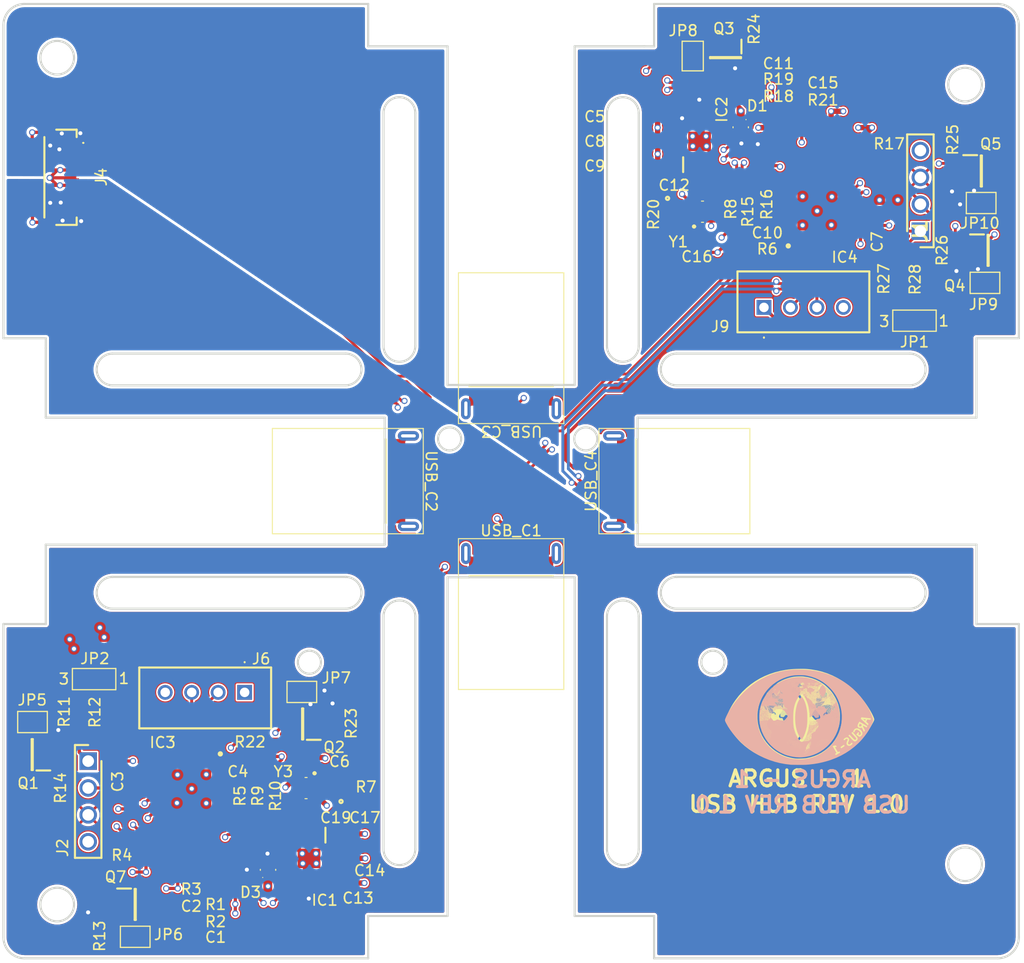
<source format=kicad_pcb>
(kicad_pcb (version 20221018) (generator pcbnew)
  (layers (0 "F.Cu" signal) (1 "In1.Cu" signal) (2 "In2.Cu" signal) (31 "B.Cu" signal) (34 "B.Paste" user) (35 "F.Paste" user) (36 "B.SilkS" user "B.Silkscreen") (37 "F.SilkS" user "F.Silkscreen") (38 "B.Mask" user) (39 "F.Mask" user) (44 "Edge.Cuts" user))
  (net 0 "")
  (net 1 "GND")
  (net 5 "Net-(JP8-A)")
  (net 23 "Net-(JP6-A)")
  (net 24 "Net-(JP7-A)")
  (net 25 "Net-(JP9-A)")
  (net 26 "/hub_1/VBUS_DET")
  (net 27 "/hub_1/~{RESET}")
  (net 28 "Net-(IC3-CRFILT)")
  (net 29 "Net-(IC3-PLLFILT)")
  (net 30 "/hub_1/XTAL1")
  (net 31 "Net-(IC4-CRFILT)")
  (net 32 "Net-(IC4-PLLFILT)")
  (net 33 "/hub_2/VBUS_DET")
  (net 34 "/hub_2/XTAL2")
  (net 35 "/hub_2/~{RESET}")
  (net 36 "/hub_2/XTAL1")
  (net 37 "D_1_P")
  (net 38 "D_N_2")
  (net 39 "D_P_2")
  (net 44 "PORT1_N")
  (net 45 "PORT1_P")
  (net 46 "PORT2_N")
  (net 47 "PORT2_P")
  (net 48 "PORT3_N")
  (net 49 "PORT3_P")
  (net 52 "/hub_1/~{OCS1}")
  (net 53 "/hub_1/~{OCS2}")
  (net 54 "/hub_1/~{OCS3}")
  (net 57 "/hub_1/SDA")
  (net 58 "/hub_1/SCL{slash}CFG0")
  (net 59 "/hub_1/CFG1")
  (net 60 "Net-(IC3-SUSP_IND{slash}LOCAL_PWR{slash}NON_REM0)")
  (net 62 "Net-(IC3-RBIAS)")
  (net 63 "PORT4_N")
  (net 64 "PORT4_P")
  (net 65 "PORT5_N")
  (net 66 "PORT5_P")
  (net 67 "PORT6_N")
  (net 68 "PORT6_P")
  (net 71 "/hub_2/~{OCS1}")
  (net 72 "/hub_2/~{OCS2}")
  (net 73 "/hub_2/~{OCS3}")
  (net 76 "/hub_2/SDA")
  (net 77 "/hub_2/SCL{slash}CFG0")
  (net 78 "/hub_2/CFG1")
  (net 79 "Net-(IC4-SUSP_IND{slash}LOCAL_PWR{slash}NON_REM0)")
  (net 81 "Net-(IC4-RBIAS)")
  (net 82 "Net-(JP2-B)")
  (net 83 "Net-(JP2-A)")
  (net 84 "Net-(JP1-B)")
  (net 85 "Net-(JP1-A)")
  (net 86 "Net-(JP5-A)")
  (net 87 "5V2")
  (net 88 "3.3V2")
  (net 89 "5V1")
  (net 90 "3.3V1")
  (net 91 "PRTPWR1")
  (net 92 "PRTPWR2")
  (net 93 "PRTPWR3")
  (net 94 "PRTPWR4")
  (net 95 "PRTPWR5")
  (net 96 "PRTPWR6")
  (net 97 "Net-(JP10-A)")
  (net 98 "/Upstream/P1+")
  (net 99 "/Upstream/P1-")
  (net 100 "D_1_N")
  (net 101 "/hub_1/XTAL2")
  (net 102 "/Upstream/P2+")
  (net 103 "/Upstream/P2-")
  (net 104 "/hub_1/1-")
  (net 105 "/hub_1/1+")
  (net 106 "/hub_2/2-")
  (net 107 "/hub_2/2+")
  (footprint "Jumper:SolderJumper-2_P1.3mm_Open_Pad1.0x1.5mm" (layer "F.Cu") (at 103.759 118.7196)
    (fp_text reference "JP5")
    (fp_text value "SolderJumper_2_Open" hide)
  )
  (footprint "SamacSys_Parts:RESC1608X55N" (layer "F.Cu") (at 170.4848 73.9902)
    (fp_text reference "R6")
    (fp_text value "12K 0.1W" hide)
  )
  (footprint "SamacSys_Parts:B4BXHA" (layer "F.Cu") (at 123.792 115.9154 180)
    (fp_text reference "J6")
    (fp_text value "B4B-XH-A" hide)
  )
  (footprint "SamacSys_Parts:RESC1608X55N" (layer "F.Cu") (at 122.1752 132.9968 180)
    (fp_text reference "R2")
    (fp_text value "100K 0.1W" hide)
  )
  (footprint "SamacSys_Parts:CAPC1608X95N" (layer "F.Cu") (at 163.4998 63.8556)
    (fp_text reference "C8")
    (fp_text value "1uF 10V" hide)
  )
  (footprint "SamacSys_Parts:SOP65P490X110-9N" (layer "F.Cu") (at 129.8714 131.6042 -90)
    (fp_text reference "IC1")
    (fp_text value "TLV76733DGNR" hide)
  )
  (footprint "SamacSys_Parts:ERJP03_PA3__0603_" (layer "F.Cu") (at 163.7284 70.814 -90)
    (fp_text reference "R20")
    (fp_text value "1Mohm 250 mW 5% " hide)
  )
  (footprint "SamacSys_Parts:CAPC1608X90N" (layer "F.Cu") (at 129.592 127.4894)
    (fp_text reference "C19")
    (fp_text value "50V 18pF 5% " hide)
  )
  (footprint "SamacSys_Parts:SOT95P237X112-3N" (layer "F.Cu") (at 129.2692 118.8974 180)
    (fp_text reference "Q2")
    (fp_text value "IRLML2244TRPBF" hide)
  )
  (footprint "SamacSys_Parts:SOT95P237X112-3N" (layer "F.Cu") (at 113.4584 135.95)
    (fp_text reference "Q7")
    (fp_text value "IRLML2244TRPBF" hide)
  )
  (footprint "SamacSys_Parts:CAPC1608X87N" (layer "F.Cu") (at 163.4998 66.1856)
    (fp_text reference "C9")
    (fp_text value "0.1uF 10V" hide)
  )
  (footprint "Jumper:SolderJumper-2_P1.3mm_Open_Pad1.0x1.5mm" (layer "F.Cu") (at 166.1048 55.7952 90)
    (fp_text reference "JP8")
    (fp_text value "SolderJumper_2_Open" hide)
  )
  (footprint "SamacSys_Parts:RESC1608X55N" (layer "F.Cu") (at 106.4768 121.793 -90)
    (fp_text reference "R14")
    (fp_text value "100K 0.1W" hide)
  )
  (footprint "SamacSys_Parts:RESC1608X55N" (layer "F.Cu") (at 174.25 64.1756 180)
    (fp_text reference "R18")
    (fp_text value "100K 0.1W" hide)
  )
  (footprint "SamacSys_Parts:RESC1608X55N" (layer "F.Cu") (at 171.35 67.8 -90)
    (fp_text reference "R15")
    (fp_text value "22 ohm, 1%, 0.1W" hide)
  )
  (footprint "SamacSys_Parts:ERJP03_PA3__0603_" (layer "F.Cu") (at 132.894 124.6458 90)
    (fp_text reference "R7")
    (fp_text value "1Mohm 250 mW 5% " hide)
  )
  (footprint "SamacSys_Parts:RESC1608X55N" (layer "F.Cu") (at 178.5112 64.0588)
    (fp_text reference "R21")
    (fp_text value "100K 0.1W" hide)
  )
  (footprint "Connector_USB:PLUG-USBC-121SMT-4BS2S" (layer "F.Cu") (at 158.50108 95.957388 90)
    (fp_text reference "USB_C4")
    (fp_text value "~")
  )
  (footprint "SamacSys_Parts:CAPC1608X87N" (layer "F.Cu") (at 183.515 71.1 90)
    (fp_text reference "C7")
    (fp_text value "0.1uF 10V" hide)
  )
  (footprint "Jumper:SolderJumper-3_P1.3mm_Open_Pad1.0x1.5mm_NumberLabels" (layer "F.Cu") (at 187.0456 80.7974 180)
    (fp_text reference "JP1")
    (fp_text value "SolderJumper_3_Open")
  )
  (footprint "SamacSys_Parts:ABM10W240000MHZ8K1ZT3" (layer "F.Cu") (at 167.0304 70.739)
    (fp_text reference "Y1")
    (fp_text value "24MHZ" hide)
  )
  (footprint "Jumper:SolderJumper-2_P1.3mm_Open_Pad1.0x1.5mm" (layer "F.Cu") (at 113.4584 139.0082 180)
    (fp_text reference "JP6")
    (fp_text value "SolderJumper_2_Open" hide)
  )
  (footprint "SamacSys_Parts:CAPC1608X90N" (layer "F.Cu") (at 167.0304 73.3806)
    (fp_text reference "C16")
    (fp_text value "50V 18pF 5% " hide)
  )
  (footprint "SamacSys_Parts:ABM10W240000MHZ8K1ZT3" (layer "F.Cu") (at 129.592 124.7208 180)
    (fp_text reference "Y3")
    (fp_text value "24MHZ" hide)
  )
  (footprint "SamacSys_Parts:RESC1608X55N" (layer "F.Cu") (at 174.25 62.55)
    (fp_text reference "R19")
    (fp_text value "100K 0.1W" hide)
  )
  (footprint "SamacSys_Parts:RESC1608X55N" (layer "F.Cu") (at 185.5724 76.8858 -90)
    (fp_text reference "R27")
    (fp_text value "2.2 Kohm, 1%, 0.1W" hide)
  )
  (footprint "SamacSys_Parts:QFN50P600X600X100-37N-D" (layer "F.Cu") (at 177.8762 70.3834 90)
    (fp_text reference "IC4")
    (fp_text value "USB2513B_M2" hide)
  )
  (footprint "SamacSys_Parts:RESC1608X55N" (layer "F.Cu") (at 126.8 128.6 90)
    (fp_text reference "R10")
    (fp_text value "22 ohm, 1%, 0.1W" hide)
  )
  (footprint "SamacSys_Parts:RESC1608X55N" (layer "F.Cu") (at 191.0076 74.2262 90)
    (fp_text reference "R26")
    (fp_text value "100K 0.1W" hide)
  )
  (footprint "SamacSys_Parts:RESC1608X55N" (layer "F.Cu") (at 118.1112 131.401 180)
    (fp_text reference "R3")
    (fp_text value "100K 0.1W" hide)
  )
  (footprint "SamacSys_Parts:SOT95P237X112-3N" (layer "F.Cu") (at 103.7336 121.793 180)
    (fp_text reference "Q1")
    (fp_text value "IRLML2244TRPBF" hide)
  )
  (footprint "SamacSys_Parts:SOT95P237X112-3N" (layer "F.Cu") (at 194 74.15)
    (fp_text reference "Q4")
    (fp_text value "IRLML2244TRPBF" hide)
  )
  (footprint "SamacSys_Parts:RESC1608X55N" (layer "F.Cu") (at 171.7548 56.1952 90)
    (fp_text reference "R24")
    (fp_text value "100K 0.1W" hide)
  )
  (footprint "SamacSys_Parts:QFN50P600X600X100-37N-D" (layer "F.Cu") (at 118.7462 125.0764 -90)
    (fp_text reference "IC3")
    (fp_text value "USB2513B_M2" hide)
  )
  (footprint "SamacSys_Parts:CAPC1608X95N" (layer "F.Cu") (at 133.1226 131.6042 180)
    (fp_text reference "C14")
    (fp_text value "1uF 10V" hide)
  )
  (footprint "Jumper:SolderJumper-3_P1.3mm_Open_Pad1.0x1.5mm_NumberLabels" (layer "F.Cu") (at 109.5768 114.6624 180)
    (fp_text reference "JP2")
    (fp_text value "SolderJumper_3_Open")
  )
  (footprint "SamacSys_Parts:CAPC1608X87N" (layer "F.Cu") (at 133.1226 129.2742 180)
    (fp_text reference "C17")
    (fp_text value "0.1uF 10V" hide)
  )
  (footprint "SamacSys_Parts:SOP65P490X110-9N" (layer "F.Cu") (at 166.751 63.8556 90)
    (fp_text reference "IC2")
    (fp_text value "TLV76733DGNR" hide)
  )
  (footprint "SamacSys_Parts:RESC1608X55N" (layer "F.Cu") (at 188.4426 76.8858 -90)
    (fp_text reference "R28")
    (fp_text value "2.2 Kohm, 1%, 0.1W" hide)
  )
  (footprint "SamacSys_Parts:RESC1608X55N" (layer "F.Cu") (at 123.4472 128.6 90)
    (fp_text reference "R5")
    (fp_text value "100K 0.1W" hide)
  )
  (footprint "Connector_USB:PLUG-USBC-121SMT-4BS2S" (layer "F.Cu") (at 148.956792 102.6414)
    (fp_text reference "USB_C1")
    (fp_text value "~")
  )
  (footprint "SamacSys_Parts:RESC1608X55N" (layer "F.Cu") (at 125.3 122.026 180)
    (fp_text reference "R22")
    (fp_text value "12K 0.1W" hide)
  )
  (footprint "SamacSys_Parts:RESC1608X55N" (layer "F.Cu") (at 169.6736 67.8 -90)
    (fp_text reference "R8")
    (fp_text value "22 ohm, 1%, 0.1W" hide)
  )
  (footprint "SamacSys_Parts:CAPC1608X87N" (layer "F.Cu") (at 174.25 61.0768)
    (fp_text reference "C11")
    (fp_text value "0.1uF 10V" hide)
  )
  (footprint "SamacSys_Parts:HDRV4W63P0X254_1X4_1016X250X950P" (layer "F.Cu") (at 109.018 122.4094 -90)
    (fp_text reference "J2")
    (fp_text value "826629-4" hide)
  )
  (footprint "SamacSys_Parts:CAPC1608X87N" (layer "F.Cu") (at 125.3 123.55 180)
    (fp_text reference "C4")
    (fp_text value "0.1uF 10V" hide)
  )
  (footprint "SamacSys_Parts:B4BXHA" (layer "F.Cu") (at 172.8304 79.5444)
    (fp_text reference "J9")
    (fp_text value "B4B-XH-A" hide)
  )
  (footprint "Jumper:SolderJumper-2_P1.3mm_Open_Pad1.0x1.5mm" (layer "F.Cu") (at 193.7 77.2234 180)
    (fp_text reference "JP9")
    (fp_text value "SolderJumper_2_Open" hide)
  )
  (footprint "SamacSys_Parts:CAPC1608X87N" (layer "F.Cu") (at 118.1112 133.0252)
    (fp_text reference "C2")
    (fp_text value "0.1uF 10V" hide)
  )
  (footprint "SamacSys_Parts:CAPC1608X87N" (layer "F.Cu") (at 122.1752 134.47 180)
    (fp_text reference "C1")
    (fp_text value "0.1uF 10V" hide)
  )
  (footprint "SamacSys_Parts:RESC1608X55N" (layer "F.Cu") (at 173.05 66.9 -90)
    (fp_text reference "R16")
    (fp_text value "100K 0.1W" hide)
  )
  (footprint "SamacSys_Parts:RESC1608X55N" (layer "F.Cu") (at 110.6916 135.95 90)
    (fp_text reference "R13")
    (fp_text value "100K 0.1W" hide)
  )
  (footprint "SamacSys_Parts:HDRV4W63P0X254_1X4_1016X250X950P" (layer "F.Cu") (at 187.6044 72.3392 90)
    (fp_text reference "J1")
    (fp_text value "826629-4" hide)
  )
  (footprint "SamacSys_Parts:CAPC1608X87N" (layer "F.Cu") (at 113.1074 125.7622 90)
    (fp_text reference "C3")
    (fp_text value "0.1uF 10V" hide)
  )
  (footprint "Symbol:Argus LOGO" (layer "F.Cu") (at 176.0474 118.1354)
    (fp_text reference "G***" hide)
    (fp_text value "LOGO" hide)
  )
  (footprint "SamacSys_Parts:PESD3V3L5UF115" (layer "F.Cu") (at 170.6372 62.524914 180)
    (fp_text reference "D1")
    (fp_text value "PRTR5V0U2F,115" hide)
  )
  (footprint "Connector_USB:PLUG-USBC-121SMT-4BS2S" (layer "F.Cu") (at 148.956792 89.27084 180)
    (fp_text reference "USB_C3")
    (fp_text value "~")
  )
  (footprint "SamacSys_Parts:F3311A7H121014E200" (layer "F.Cu") (at 106.405 67.25 -90)
    (fp_text reference "J4")
    (fp_text value "F3311A7H121014E200" hide)
  )
  (footprint "SamacSys_Parts:RESC1608X55N" (layer "F.Cu") (at 132.241 118.8974 -90)
    (fp_text reference "R23")
    (fp_text value "100K 0.1W" hide)
  )
  (footprint "Jumper:SolderJumper-2_P1.3mm_Open_Pad1.0x1.5mm" (layer "F.Cu") (at 129.193 115.8748)
    (fp_text reference "JP7")
    (fp_text value "SolderJumper_2_Open" hide)
  )
  (footprint "SamacSys_Parts:RESC1608X55N" (layer "F.Cu") (at 125.1236 128.6 90)
    (fp_text reference "R9")
    (fp_text value "22 ohm, 1%, 0.1W" hide)
  )
  (footprint "SamacSys_Parts:RESC1608X55N" (layer "F.Cu") (at 114.9108 131.401)
    (fp_text reference "R4")
    (fp_text value "100K 0.1W" hide)
  )
  (footprint "Connector_USB:PLUG-USBC-121SMT-4BS2S" (layer "F.Cu") (at 139.41044 95.957388 -90)
    (fp_text reference "USB_C2")
    (fp_text value "~")
  )
  (footprint "SamacSys_Parts:CAPC1608X87N" (layer "F.Cu") (at 170.4848 72.4662)
    (fp_text reference "C10")
    (fp_text value "0.1uF 10V" hide)
  )
  (footprint "SamacSys_Parts:CAPC1608X90N" (layer "F.Cu") (at 167.0304 67.9704 180)
    (fp_text reference "C12")
    (fp_text value "50V 18pF 5% " hide)
  )
  (footprint "SamacSys_Parts:RESC1608X55N" (layer "F.Cu") (at 122.1752 131.3712)
    (fp_text reference "R1")
    (fp_text value "100K 0.1W" hide)
  )
  (footprint "SamacSys_Parts:SOT95P237X112-3N" (layer "F.Cu") (at 193.3575 66.6575)
    (fp_text reference "Q5")
    (fp_text value "IRLML2244TRPBF" hide)
  )
  (footprint "SamacSys_Parts:CAPC1608X95N" (layer "F.Cu") (at 133.1226 133.9342 180)
    (fp_text reference "C13")
    (fp_text value "1uF 10V" hide)
  )
  (footprint "SamacSys_Parts:SOT95P237X112-3N" (layer "F.Cu") (at 169.2048 55.9452 -90)
    (fp_text reference "Q3")
    (fp_text value "IRLML2244TRPBF" hide)
  )
  (footprint "SamacSys_Parts:RESC1608X55N" (layer "F.Cu") (at 111.05 118.574 90)
    (fp_text reference "R12")
    (fp_text value "2.2 Kohm, 1%, 0.1W" hide)
  )
  (footprint "Jumper:SolderJumper-2_P1.3mm_Open_Pad1.0x1.5mm" (layer "F.Cu") (at 193.3425 69.6801 180)
    (fp_text reference "JP10")
    (fp_text value "SolderJumper_2_Open" hide)
  )
  (footprint "SamacSys_Parts:CAPC1608X87N" (layer "F.Cu") (at 178.5112 62.4346 180)
    (fp_text reference "C15")
    (fp_text value "0.1uF 10V" hide)
  )
  (footprint "SamacSys_Parts:RESC1608X55N" (layer "F.Cu") (at 190.6247 66.6829 90)
    (fp_text reference "R25")
    (fp_text value "100K 0.1W" hide)
  )
  (footprint "SamacSys_Parts:PESD3V3L5UF115" (layer "F.Cu") (at 126 132.680686)
    (fp_text reference "D3")
    (fp_text value "PRTR5V0U2F,115" hide)
  )
  (footprint "SamacSys_Parts:CAPC1608X90N" (layer "F.Cu") (at 129.592 122.0792 180)
    (fp_text reference "C6")
    (fp_text value "50V 18pF 5% " hide)
  )
  (footprint "SamacSys_Parts:CAPC1608X95N" (layer "F.Cu") (at 163.4998 61.5256)
    (fp_text reference "C5")
    (fp_text value "1uF 10V" hide)
  )
  (footprint "SamacSys_Parts:RESC1608X55N" (layer "F.Cu") (at 181.7116 64.0842 180)
    (fp_text reference "R17")
    (fp_text value "100K 0.1W" hide)
  )
  (footprint "SamacSys_Parts:RESC1608X55N" (layer "F.Cu") (at 108.1798 118.574 90)
    (fp_text reference "R11")
    (fp_text value "2.2 Kohm, 1%, 0.1W" hide)
  )
  (footprint "Symbol:Argus LOGO" (layer "B.Cu") (at 176.350908 118.204786 180)
    (fp_text reference "G***" hide)
    (fp_text value "LOGO" hide)
  )
  (gr_line (start 196.901792 139.0424) (end 196.901792 109.4574) (stroke (width 0.2)) (layer "Edge.Cuts"))
  (gr_line (start 160.901792 89.9574) (end 192.901792 89.9574) (stroke (width 0.2)) (layer "Edge.Cuts"))
  (gr_line (start 158.006792 108.7324) (end 158.006792 130.7324) (stroke (width 0.2)) (layer "Edge.Cuts"))
  (gr_line (start 103.011792 141.0424) (end 135.456792 141.0424) (stroke (width 0.2)) (layer "Edge.Cuts"))
  (gr_circle (center 191.821792 132.1524) (end 193.411792 132.1524) (stroke (width 0.2)) (fill none) (layer "Edge.Cuts"))
  (gr_line (start 142.956792 86.871008) (end 142.956792 54.8724) (stroke (width 0.2)) (layer "Edge.Cuts"))
  (gr_arc (start 111.321792 86.9074) (mid 109.821792 85.4074) (end 111.321792 83.9074) (stroke (width 0.2)) (layer "Edge.Cuts"))
  (gr_line (start 164.591792 86.9074) (end 186.591792 86.9074) (stroke (width 0.2)) (layer "Edge.Cuts"))
  (gr_arc (start 161.006792 83.181008) (mid 159.506792 84.681008) (end 158.006792 83.181008) (stroke (width 0.2)) (layer "Edge.Cuts"))
  (gr_line (start 196.901792 109.4574) (end 192.899275 109.4574) (stroke (width 0.2)) (layer "Edge.Cuts"))
  (gr_line (start 192.899275 109.4574) (end 192.901792 108.5274) (stroke (width 0.2)) (layer "Edge.Cuts"))
  (gr_line (start 161.526792 54.8724) (end 154.956792 54.8724) (stroke (width 0.2)) (layer "Edge.Cuts"))
  (gr_line (start 137.011792 101.9574) (end 105.011792 101.9574) (stroke (width 0.2)) (layer "Edge.Cuts"))
  (gr_arc (start 164.591792 86.9074) (mid 163.091792 85.4074) (end 164.591792 83.9074) (stroke (width 0.2)) (layer "Edge.Cuts"))
  (gr_circle (center 143.146262 91.968741) (end 144.236262 91.968741) (stroke (width 0.2)) (fill none) (layer "Edge.Cuts"))
  (gr_line (start 133.321792 105.0074) (end 111.321792 105.0074) (stroke (width 0.2)) (layer "Edge.Cuts"))
  (gr_circle (center 168.006792 113.068741) (end 169.096792 113.068741) (stroke (width 0.2)) (fill none) (layer "Edge.Cuts"))
  (gr_line (start 192.901792 108.5274) (end 192.901792 101.9574) (stroke (width 0.2)) (layer "Edge.Cuts"))
  (gr_arc (start 111.321792 108.0074) (mid 109.821792 106.5074) (end 111.321792 105.0074) (stroke (width 0.2)) (layer "Edge.Cuts"))
  (gr_arc (start 158.006792 108.7324) (mid 159.506792 107.2324) (end 161.006792 108.7324) (stroke (width 0.2)) (layer "Edge.Cuts"))
  (gr_arc (start 194.901792 50.8724) (mid 196.316006 51.458186) (end 196.901792 52.8724) (stroke (width 0.2)) (layer "Edge.Cuts"))
  (gr_line (start 192.901792 82.4574) (end 196.901792 82.4574) (stroke (width 0.2)) (layer "Edge.Cuts"))
  (gr_arc (start 133.321792 105.0074) (mid 134.821792 106.5074) (end 133.321792 108.0074) (stroke (width 0.2)) (layer "Edge.Cuts"))
  (gr_line (start 154.956792 105.0424) (end 154.956792 137.0424) (stroke (width 0.2)) (layer "Edge.Cuts"))
  (gr_line (start 160.901792 101.9574) (end 160.901792 89.9574) (stroke (width 0.2)) (layer "Edge.Cuts"))
  (gr_line (start 136.906792 61.181008) (end 136.906792 83.181008) (stroke (width 0.2)) (layer "Edge.Cuts"))
  (gr_arc (start 136.906792 61.181008) (mid 138.406792 59.681008) (end 139.906792 61.181008) (stroke (width 0.2)) (layer "Edge.Cuts"))
  (gr_line (start 161.006792 83.181008) (end 161.006792 61.181008) (stroke (width 0.2)) (layer "Edge.Cuts"))
  (gr_line (start 101.011792 82.4574) (end 105.01431 82.4574) (stroke (width 0.2)) (layer "Edge.Cuts"))
  (gr_arc (start 158.006792 61.181008) (mid 159.506792 59.681008) (end 161.006792 61.181008) (stroke (width 0.2)) (layer "Edge.Cuts"))
  (gr_line (start 162.456792 137.0424) (end 162.456792 141.0424) (stroke (width 0.2)) (layer "Edge.Cuts"))
  (gr_circle (center 191.821792 58.4924) (end 193.411792 58.4924) (stroke (width 0.2)) (fill none) (layer "Edge.Cuts"))
  (gr_arc (start 139.906792 83.181008) (mid 138.406792 84.681008) (end 136.906792 83.181008) (stroke (width 0.2)) (layer "Edge.Cuts"))
  (gr_line (start 105.011792 101.9574) (end 105.011792 109.4574) (stroke (width 0.2)) (layer "Edge.Cuts"))
  (gr_line (start 142.956792 137.0424) (end 142.956792 105.0424) (stroke (width 0.2)) (layer "Edge.Cuts"))
  (gr_line (start 111.321792 108.0074) (end 133.321792 108.0074) (stroke (width 0.2)) (layer "Edge.Cuts"))
  (gr_line (start 139.906792 130.7324) (end 139.906792 108.7324) (stroke (width 0.2)) (layer "Edge.Cuts"))
  (gr_arc (start 161.006792 130.7324) (mid 159.506792 132.2324) (end 158.006792 130.7324) (stroke (width 0.2)) (layer "Edge.Cuts"))
  (gr_line (start 105.01431 82.4574) (end 105.011792 83.3874) (stroke (width 0.2)) (layer "Edge.Cuts"))
  (gr_arc (start 103.011792 141.0424) (mid 101.597578 140.456614) (end 101.011792 139.0424) (stroke (width 0.2)) (layer "Edge.Cuts"))
  (gr_line (start 135.456792 141.0424) (end 135.456792 137.039883) (stroke (width 0.2)) (layer "Edge.Cuts"))
  (gr_line (start 162.456792 50.8724) (end 162.456792 54.874918) (stroke (width 0.2)) (layer "Edge.Cuts"))
  (gr_line (start 192.901792 101.9574) (end 160.901792 101.9574) (stroke (width 0.2)) (layer "Edge.Cuts"))
  (gr_line (start 158.006792 61.181008) (end 158.006792 83.181008) (stroke (width 0.2)) (layer "Edge.Cuts"))
  (gr_line (start 111.321792 86.9074) (end 133.321792 86.9074) (stroke (width 0.2)) (layer "Edge.Cuts"))
  (gr_circle (center 156.006262 91.968741) (end 157.096262 91.968741) (stroke (width 0.2)) (fill none) (layer "Edge.Cuts"))
  (gr_arc (start 164.591792 108.0074) (mid 163.091792 106.5074) (end 164.591792 105.0074) (stroke (width 0.2)) (layer "Edge.Cuts"))
  (gr_line (start 196.901792 82.4574) (end 196.901792 52.8724) (stroke (width 0.2)) (layer "Edge.Cuts"))
  (gr_arc (start 136.906792 108.7324) (mid 138.406792 107.2324) (end 139.906792 108.7324) (stroke (width 0.2)) (layer "Edge.Cuts"))
  (gr_line (start 105.011792 83.3874) (end 105.011792 89.9574) (stroke (width 0.2)) (layer "Edge.Cuts"))
  (gr_line (start 136.386792 137.0424) (end 142.956792 137.0424) (stroke (width 0.2)) (layer "Edge.Cuts"))
  (gr_circle (center 106.091792 55.9524) (end 107.681792 55.9524) (stroke (width 0.2)) (fill none) (layer "Edge.Cuts"))
  (gr_line (start 186.591792 83.9074) (end 164.591792 83.9074) (stroke (width 0.2)) (layer "Edge.Cuts"))
  (gr_line (start 194.901792 50.8724) (end 162.456792 50.8724) (stroke (width 0.2)) (layer "Edge.Cuts"))
  (gr_line (start 135.456792 50.8724) (end 103.011792 50.8724) (stroke (width 0.2)) (layer "Edge.Cuts"))
  (gr_arc (start 186.591792 83.9074) (mid 188.091792 85.4074) (end 186.591792 86.9074) (stroke (width 0.2)) (layer "Edge.Cuts"))
  (gr_line (start 101.011792 109.4574) (end 101.011792 139.0424) (stroke (width 0.2)) (layer "Edge.Cuts"))
  (gr_line (start 161.006792 130.7324) (end 161.006792 108.7324) (stroke (width 0.2)) (layer "Edge.Cuts"))
  (gr_line (start 154.956792 54.8724) (end 154.956792 86.871008) (stroke (width 0.2)) (layer "Edge.Cuts"))
  (gr_line (start 136.906792 108.7324) (end 136.906792 130.7324) (stroke (width 0.2)) (layer "Edge.Cuts"))
  (gr_line (start 105.011792 109.4574) (end 101.011792 109.4574) (stroke (width 0.2)) (layer "Edge.Cuts"))
  (gr_line (start 162.456792 141.0424) (end 194.901792 141.0424) (stroke (width 0.2)) (layer "Edge.Cuts"))
  (gr_arc (start 101.011792 52.8724) (mid 101.597579 51.458187) (end 103.011792 50.8724) (stroke (width 0.2)) (layer "Edge.Cuts"))
  (gr_arc (start 186.591792 105.0074) (mid 188.091792 106.5074) (end 186.591792 108.0074) (stroke (width 0.2)) (layer "Edge.Cuts"))
  (gr_line (start 142.956792 105.0424) (end 154.956792 105.0424) (stroke (width 0.2)) (layer "Edge.Cuts"))
  (gr_line (start 192.901792 89.9574) (end 192.901792 82.4574) (stroke (width 0.2)) (layer "Edge.Cuts"))
  (gr_line (start 154.956792 86.871008) (end 142.956792 86.871008) (stroke (width 0.2)) (layer "Edge.Cuts"))
  (gr_line (start 162.456792 54.874918) (end 161.526792 54.8724) (stroke (width 0.2)) (layer "Edge.Cuts"))
  (gr_arc (start 133.321792 83.9074) (mid 134.821792 85.4074) (end 133.321792 86.9074) (stroke (width 0.2)) (layer "Edge.Cuts"))
  (gr_circle (center 106.091792 135.9624) (end 107.681792 135.9624) (stroke (width 0.2)) (fill none) (layer "Edge.Cuts"))
  (gr_line (start 135.456792 54.8724) (end 135.456792 50.8724) (stroke (width 0.2)) (layer "Edge.Cuts"))
  (gr_line (start 105.011792 89.9574) (end 137.011792 89.9574) (stroke (width 0.2)) (layer "Edge.Cuts"))
  (gr_line (start 101.011792 52.8724) (end 101.011792 82.4574) (stroke (width 0.2)) (layer "Edge.Cuts"))
  (gr_line (start 186.591792 105.0074) (end 164.591792 105.0074) (stroke (width 0.2)) (layer "Edge.Cuts"))
  (gr_circle (center 129.906792 113.068741) (end 130.996792 113.068741) (stroke (width 0.2)) (fill none) (layer "Edge.Cuts"))
  (gr_line (start 133.321792 83.9074) (end 111.321792 83.9074) (stroke (width 0.2)) (layer "Edge.Cuts"))
  (gr_arc (start 196.901792 139.0424) (mid 196.316006 140.456614) (end 194.901792 141.0424) (stroke (width 0.2)) (layer "Edge.Cuts"))
  (gr_line (start 139.906792 83.181008) (end 139.906792 61.181008) (stroke (width 0.2)) (layer "Edge.Cuts"))
  (gr_line (start 142.956792 54.8724) (end 135.456792 54.8724) (stroke (width 0.2)) (layer "Edge.Cuts"))
  (gr_line (start 135.456792 137.039883) (end 136.386792 137.0424) (stroke (width 0.2)) (layer "Edge.Cuts"))
  (gr_line (start 137.011792 89.9574) (end 137.011792 101.9574) (stroke (width 0.2)) (layer "Edge.Cuts"))
  (gr_line (start 154.956792 137.0424) (end 162.456792 137.0424) (stroke (width 0.2)) (layer "Edge.Cuts"))
  (gr_line (start 164.591792 108.0074) (end 186.591792 108.0074) (stroke (width 0.2)) (layer "Edge.Cuts"))
  (gr_arc (start 139.906792 130.7324) (mid 138.406792 132.2324) (end 136.906792 130.7324) (stroke (width 0.2)) (layer "Edge.Cuts"))
  (gr_text "ARGUS - 1\nUSB HUB REV 1.0" (at 176.477908 127.424986) (layer "B.SilkS") (effects (font (size 1.5 1.5) (thickness 0.3) bold) (justify bottom mirror)))
  (gr_text "ARGUS - 1\nUSB HUB REV 1.0" (at 175.9204 127.3556) (layer "F.SilkS") (effects (font (size 1.5 1.5) (thickness 0.3) bold) (justify bottom)))
  (segment (start 139.03544 93.207388) (end 138.21044 92.382388) (width 0.3048) (layer "F.Cu") (net 1))
  (segment (start 138.56044 92.382388) (end 139.26044 91.682388) (width 0.3048) (layer "F.Cu") (net 1))
  (segment (start 115.9462 123.5764) (end 117.328 123.5764) (width 0.2794) (layer "F.Cu") (net 1))
  (segment (start 107.249 68) (end 107.2366 68.0124) (width 0.3048) (layer "F.Cu") (net 1))
  (segment (start 135.1788 131.5974) (end 133.8394 131.5974) (width 0.508) (layer "F.Cu") (net 1))
  (segment (start 122.9106 136.8) (end 122.9106 135.911) (width 0.3048) (layer "F.Cu") (net 1))
  (segment (start 151.706792 103.0164) (end 152.531792 103.8414) (width 0.3048) (layer "F.Cu") (net 1))
  (segment (start 145.381792 103.4914) (end 144.681792 102.7914) (width 0.3048) (layer "F.Cu") (net 1))
  (segment (start 128.8964 129.4042) (end 128.8964 130.8014) (width 0.4064) (layer "F.Cu") (net 1))
  (segment (start 151.706792 101.956792) (end 151.706792 102.6414) (width 0.3048) (layer "F.Cu") (net 1))
  (segment (start 151.706792 102.6414) (end 151.706792 103.0164) (width 0.3048) (layer "F.Cu") (net 1))
  (segment (start 116.3828 134.4422) (end 117.475 134.4422) (width 0.3048) (layer "F.Cu") (net 1))
  (segment (start 151.2 101.45) (end 151.706792 101.956792) (width 0.3048) (layer "F.Cu") (net 1))
  (segment (start 167.076 63.0884) (end 167.3606 63.373) (width 0.3048) (layer "F.Cu") (net 1))
  (segment (start 167.7304 66.06) (end 167.726 66.0556) (width 0.3048) (layer "F.Cu") (net 1))
  (segment (start 107.4488 67.3012) (end 107.75 67) (width 0.3048) (layer "F.Cu") (net 1))
  (segment (start 122.9106 135.911) (end 122.9106 134.5054) (width 0.3048) (layer "F.Cu") (net 1))
  (segment (start 159.7 94.763268) (end 159.7 93.8) (width 0.3048) (layer "F.Cu") (net 1))
  (segment (start 139.41044 98.707388) (end 138.65564 98.707388) (width 0.3048) (layer "F.Cu") (net 1))
  (segment (start 103.7314 65.0914) (end 105.2046 66.5646) (width 0.3048) (layer "F.Cu") (net 1))
  (segment (start 173.05 66.15) (end 174.2482 66.15) (width 0.3048) (layer "F.Cu") (net 1))
  (segment (start 139.41044 93.207388) (end 139.03544 93.207388) (width 0.3048) (layer "F.Cu") (net 1))
  (segment (start 128.186346 124.3578) (end 128.779 124.3578) (width 0.508) (layer "F.Cu") (net 1))
  (segment (start 105.3824 67.3012) (end 106.0936 68.0124) (width 0.3048) (layer "F.Cu") (net 1))
  (segment (start 128.8964 130.8014) (end 129.2352 131.1402) (width 0.4064) (layer "F.Cu") (net 1))
  (segment (start 103.7744 71.5) (end 103.7568 71.5176) (width 0.3048) (layer "F.Cu") (net 1))
  (segment (start 131.4 122.15) (end 131.3292 122.0792) (width 0.508) (layer "F.Cu") (net 1))
  (segment (start 147.65 88.1) (end 148.206792 88.656792) (width 0.3048) (layer "F.Cu") (net 1))
  (segment (start 145.381792 103.8414) (end 145.381792 103.4914) (width 0.3048) (layer "F.Cu") (net 1))
  (segment (start 169.3164 72.4662) (end 168.8338 72.9488) (width 0.3048) (layer "F.Cu") (net 1))
  (segment (start 162.8 63.8658) (end 162.7898 63.8556) (width 0.508) (layer "F.Cu") (net 1))
  (segment (start 181.737 62.5602) (end 183.0324 62.5602) (width 0.508) (layer "F.Cu") (net 1))
  (segment (start 167.8434 71.85) (end 167.8434 71.102) (width 0.3048) (layer "F.Cu") (net 1))
  (segment (start 179.1716 61.0108) (end 179.1716 62.395) (width 0.508) (layer "F.Cu") (net 1))
  (segment (start 173.4802 62.5698) (end 173.55 62.5) (width 0.508) (layer "F.Cu") (net 1))
  (segment (start 158.50108 98.707388) (end 158.87608 98.707388) (width 0.3048) (layer "F.Cu") (net 1))
  (segment (start 127.647073 124.897073) (end 128.186346 124.3578) (width 0.508) (layer "F.Cu") (net 1))
  (segment (start 159.00108 91.682388) (end 159.70108 92.382388) (width 0.3048) (layer "F.Cu") (net 1))
  (segment (start 107.75 68) (end 107.75 67.8346) (width 0.3048) (layer "F.Cu") (net 1))
  (segment (start 166.2174 69.902) (end 166.168 69.902) (width 0.3048) (layer "F.Cu") (net 1))
  (segment (start 167.726 64.8306) (end 167.4114 64.516) (width 0.3048) (layer "F.Cu") (net 1))
  (segment (start 173.55 59.6402) (end 173.5388 59.629) (width 0.508) (layer "F.Cu") (net 1))
  (segment (start 146.206792 103.0164) (end 145.381792 103.8414) (width 0.3048) (layer "F.Cu") (net 1))
  (segment (start 138.592612 96.707388) (end 139.41044 96.707388) (width 0.3048) (layer "F.Cu") (net 1))
  (segment (start 146.206792 102.6414) (end 146.206792 103.0164) (width 0.3048) (layer "F.Cu") (net 1))
  (segment (start 105.2046 66.5646) (end 106.373 66.5646) (width 0.3048) (layer "F.Cu") (net 1))
  (segment (start 103.7568 71.5176) (end 103.7568 69.1046) (width 0.3048) (layer "F.Cu") (net 1))
  (segment (start 167.4114 64.3128) (end 167.2082 64.3128) (width 0.3048) (layer "F.Cu") (net 1))
  (segment (start 104.849 68.0124) (end 106.3476 68.0124) (width 0.3048) (layer "F.Cu") (net 1))
  (segment (start 128.892 127.4894) (end 128.892 129.3998) (width 0.4064) (layer "F.Cu") (net 1))
  (segment (start 169.7348 73.9902) (end 168.8084 73.9902) (width 0.3048) (layer "F.Cu") (net 1))
  (segment (start 114.4778 132.8928) (end 114.4778 131.718) (width 0.3048) (layer "F.Cu") (net 1))
  (segment (start 105.3824 67.3012) (end 106.119 66.5646) (width 0.3048) (layer "F.Cu") (net 1))
  (segment (start 173.55 61.0768) (end 173.55 59.6402) (width 0.508) (layer "F.Cu") (net 1))
  (segment (start 107.75 66.5) (end 107.75 67) (width 0.3048) (layer "F.Cu") (net 1))
  (segment (start 103.7314 63.0086) (end 103.7314 65.0914) (width 0.3048) (layer "F.Cu") (net 1))
  (segment (start 122.8752 133.0468) (end 122.9252 132.9968) (width 0.3048) (layer "F.Cu") (net 1))
  (segment (start 111.8616 126.9238) (end 112.6458 126.9238) (width 0.3048) (layer "F.Cu") (net 1))
  (segment (start 158.65108 91.682388) (end 159.00108 91.682388) (width 0.3048) (layer "F.Cu") (net 1))
  (segment (start 166.168 69.902) (end 165.1 68.834) (width 0.3048) (layer "F.Cu") (net 1))
  (segment (start 158.50108 95.207388) (end 159.25588 95.207388) (width 0.3048) (layer "F.Cu") (net 1))
  (segment (start 159.7 93.8) (end 159.107388 93.207388) (width 0.3048) (layer "F.Cu") (net 1))
  (segment (start 139.03544 98.707388) (end 138.21044 99.532388) (width 0.3048) (layer "F.Cu") (net 1))
  (segment (start 159.25588 95.207388) (end 159.7 94.763268) (width 0.3048) (layer "F.Cu") (net 1))
  (segment (start 151.706792 88.89584) (end 152.531792 88.07084) (width 0.3048) (layer "F.Cu") (net 1))
  (segment (start 172.3226 62.55) (end 173.5 62.55) (width 0.508) (layer "F.Cu") (net 1))
  (segment (start 105.25 63) (end 103.74 63) (width 0.3048) (layer "F.Cu") (net 1))
  (segment (start 135.0958 133.9274) (end 133.8394 133.9274) (width 0.508) (layer "F.Cu") (net 1))
  (segment (start 180.6762 71.8834) (end 179.3254 71.8834) (width 0.27178) (layer "F.Cu") (net 1))
  (segment (start 173.5388 58.74) (end 173.5388 59.629) (width 0.508) (layer "F.Cu") (net 1))
  (segment (start 180.3146 61.0108) (end 179.1716 61.0108) (width 0.508) (layer "F.Cu") (net 1))
  (segment (start 138.65564 98.707388) (end 138.25 98.301748) (width 0.3048) (layer "F.Cu") (net 1))
  (segment (start 107.75 67.5) (end 107.75 67) (width 0.3048) (layer "F.Cu") (net 1))
  (segment (start 173.55 62.5) (end 173.55 61.0768) (width 0.508) (layer "F.Cu") (net 1))
  (segment (start 152.531792 103.4914) (end 153.231792 102.7914) (width 0.3048) (layer "F.Cu") (net 1))
  (segment (start 112.6458 126.9238) (end 113.1074 126.4622) (width 0.3048) (layer "F.Cu") (net 1))
  (segment (start 151.706792 89.27084) (end 151.706792 88.89584) (width 0.3048) (layer "F.Cu") (net 1))
  (segment (start 107.6854 66.5646) (end 107.75 66.5) (width 0.3048) (layer "F.Cu") (net 1))
  (segment (start 106.0936 68.0124) (end 106.3476 68.0124) (width 0.3048) (layer "F.Cu") (net 1))
  (segment (start 146.206792 89.27084) (end 146.206792 88.56124) (width 0.3048) (layer "F.Cu") (net 1))
  (segment (start 126.1 121.976) (end 126.05 122.026) (width 0.3048) (layer "F.Cu") (net 1))
  (segment (start 150.188592 101.45) (end 151.2 101.45) (width 0.3048) (layer "F.Cu") (net 1))
  (segment (start 166.3304 73.3806) (end 166.3304 73.7982) (width 0.3048) (layer "F.Cu") (net 1))
  (segment (start 146.668032 88.1) (end 147.65 88.1) (width 0.3048) (layer "F.Cu") (net 1))
  (segment (start 149.706792 102.6414) (end 149.706792 101.9318) (width 0.3048) (layer "F.Cu") (net 1))
  (segment (start 107.75 67.8346) (end 107.75 67.5) (width 0.3048) (layer "F.Cu") (net 1))
  (segment (start 129.5464 133.8042) (end 129.5464 132.3404) (width 0.508) (layer "F.Cu") (net 1))
  (segment (start 182.4616 63.131) (end 183.0324 62.5602) (width 0.508) (layer "F.Cu") (net 1))
  (segment (start 167.3606 63.373) (end 167.076 63.5306) (width 0.3048) (layer "F.Cu") (net 1))
  (segment (start 152.531792 103.8414) (end 152.531792 103.4914) (width 0.3048) (layer "F.Cu") (net 1))
  (segment (start 139.41044 98.707388) (end 139.03544 98.707388) (width 0.3048) (layer "F.Cu") (net 1))
  (segment (start 117.475 133.089) (end 117.4112 133.0252) (width 0.3048) (layer "F.Cu") (net 1))
  (segment (start 130.405 125.5578) (end 130.4854 125.5578) (width 0.508) (layer "F.Cu") (net 1))
  (segment (start 167.2082 64.3128) (end 166.751 63.8556) (width 0.3048) (layer "F.Cu") (net 1))
  (segment (start 107.2366 68.0124) (end 107.5722 68.0124) (width 0.3048) (layer "F.Cu") (net 1))
  (segment (start 138.21044 92.382388) (end 138.56044 92.382388) (width 0.3048) (layer "F.Cu") (net 1))
  (segment (start 159.107388 93.207388) (end 158.50108 93.207388) (width 0.3048) (layer "F.Cu") (net 1))
  (segment (start 130.4854 125.5578) (end 131.5466 126.619) (width 0.508) (layer "F.Cu") (net 1))
  (segment (start 105.3824 67.3012) (end 107.4488 67.3012) (width 0.3048) (layer "F.Cu") (net 1))
  (segment (start 158.87608 93.207388) (end 159.70108 92.382388) (width 0.3048) (layer "F.Cu") (net 1))
  (segment (start 162.7898 63.8556) (end 162.7898 62.5602) (width 0.508) (layer "F.Cu") (net 1))
  (segment (start 167.076 61.6556) (end 167.076 63.0884) (width 0.3048) (layer "F.Cu") (net 1))
  (segment (start 162.7898 62.5602) (end 162.7898 61.5256) (width 0.508) (layer "F.Cu") (net 1))
  (segment (start 106.3476 68.0124) (end 107.2366 68.0124) (width 0.3048) (layer "F.Cu") (net 1))
  (segment (start 105.25 71.5) (end 103.7744 71.5) (width 0.3048) (layer "F.Cu") (net 1))
  (segment (start 183.515 71.8) (end 184.65 71.8) (width 0.3048) (layer "F.Cu") (net 1))
  (segment (start 162.8 65.05) (end 162.7998 65.0502) (width 0.508) (layer "F.Cu") (net 1))
  (segment (start 123.4472 129.35) (end 122.2 129.35) (width 0.27178) (layer "F.Cu") (net 1))
  (segment (start 133.8344 129.286) (end 133.8226 129.2742) (width 0.508) (layer "F.Cu") (net 1))
  (segment (start 145.381792 88.42084) (end 144.681792 89.12084) (width 0.3048) (layer "F.Cu") (net 1))
  (segment (start 167.076 63.5306) (end 166.751 63.8556) (width 0.3048) (layer "F.Cu") (net 1))
  (segment (start 162.8 65.05) (end 162.8 63.8658) (width 0.508) (layer "F.Cu") (net 1))
  (segment (start 107.75 68) (end 107.249 68) (width 0.3048) (layer "F.Cu") (net 1))
  (segment (start 174.2482 66.15) (end 174.3482 66.25) (width 0.3048) (layer "F.Cu") (net 1))
  (segment (start 122.2 129.35) (end 121.95 129.6) (width 0.27178) (layer "F.Cu") (net 1))
  (segment (start 122.8752 134.47) (end 122.8752 133.0468) (width 0.3048) (layer "F.Cu") (net 1))
  (segment (start 172.3028 62.5698) (end 173.4802 62.5698) (width 0.508) (layer "F.Cu") (net 1))
  (segment (start 167.4114 64.516) (end 167.4114 64.3128) (width 0.3048) (layer "F.Cu") (net 1))
  (segment (start 182.4616 64.0842) (end 182.4616 63.131) (width 0.508) (layer "F.Cu") (net 1))
  (segment (start 135.1534 129.286) (end 133.8344 129.286) (width 0.508) (layer "F.Cu") (net 1))
  (segment (start 138.25 98.301748) (end 138.25 97.05) (width 0.3048) (layer "F.Cu") (net 1))
  (segment (start 106.119 66.5646) (end 106.373 66.5646) (width 0.3048) (layer "F.Cu") (net 1))
  (segment (start 117.328 123.5764) (end 117.4496 123.698) (width 0.2794) (layer "F.Cu") (net 1))
  (segment (start 149.706792 101.9318) (end 150.188592 101.45) (width 0.3048) (layer "F.Cu") (net 1))
  (segment (start 103.74 63) (end 103.7314 63.0086) (width 0.3048) (layer "F.Cu") (net 1))
  (segment (start 168.8084 73.9902) (end 168.4528 74.3458) (width 0.3048) (layer "F.Cu") (net 1))
  (segment (start 127.2846 121.976) (end 127.2846 122.2654) (width 0.3048) (layer "F.Cu") (net 1))
  (segment (start 106.373 66.5646) (end 107.6854 66.5646) (width 0.3048) (layer "F.Cu") (net 1))
  (segment (start 107.5722 68.0124) (end 107.75 67.8346) (width 0.3048) (layer "F.Cu") (net 1))
  (segment (start 128.892 129.3998) (end 128.8964 129.4042) (width 0.4064) (layer "F.Cu") (net 1))
  (segment (start 166.3304 73.7982) (end 166.878 74.3458) (width 0.3048) (layer "F.Cu") (net 1))
  (segment (start 117.475 134.4422) (end 117.475 133.089) (width 0.3048) (layer "F.Cu") (net 1))
  (segment (start 159.70108 99.532388) (end 159.35108 99.532388) (width 0.3048) (layer "F.Cu") (net 1))
  (segment (start 172.3028 62.5698) (end 172.3226 62.55) (width 0.508) (layer "F.Cu") (net 1))
  (segment (start 145.381792 88.07084) (end 145.381792 88.44584) (width 0.3048) (layer "F.Cu") (net 1))
  (segment (start 133.8394 133.9274) (end 133.8326 133.9342) (width 0.508) (layer "F.Cu") (net 1))
  (segment (start 122.9106 134.5054) (end 122.8752 134.47) (width 0.3048) (layer "F.Cu") (net 1))
  (segment (start 127.2846 122.2654) (end 126 123.55) (width 0.3048) (layer "F.Cu") (net 1))
  (segment (start 179.1716 62.395) (end 179.2112 62.4346) (width 0.508) (layer "F.Cu") (net 1))
  (segment (start 145.381792 88.07084) (end 145.381792 88.42084) (width 0.3048) (layer "F.Cu") (net 1))
  (segment (start 138.25 97.05) (end 138.592612 96.707388) (width 0.3048) (layer "F.Cu") (net 1))
  (segment (start 167.7304 67.9704) (end 167.7304 66.06) (width 0.3048) (layer "F.Cu") (net 1))
  (segment (start 166.878 74.3458) (end 168.4528 74.3458) (width 0.3048) (layer "F.Cu") (net 1))
  (segment (start 158.87608 98.707388) (end 159.70108 99.532388) (width 0.3048) (layer "F.Cu") (net 1))
  (segment (start 159.35108 99.532388) (end 158.65108 100.232388) (width 0.3048) (layer "F.Cu") (net 1))
  (segment (start 103.7568 69.1046) (end 104.849 68.0124) (width 0.3048) (layer "F.Cu") (net 1))
  (segment (start 169.7848 72.4662) (end 169.3164 72.4662) (width 0.3048) (layer "F.Cu") (net 1))
  (segment (start 162.7998 65.0502) (end 162.7998 66.1856) (width 0.508) (layer "F.Cu") (net 1))
  (segment (start 167.726 66.0556) (end 167.726 64.8306) (width 0.3048) (layer "F.Cu") (net 1))
  (segment (start 133.8394 131.5974) (end 133.8326 131.6042) (width 0.508) (layer "F.Cu") (net 1))
  (segment (start 146.206792 88.56124) (end 146.668032 88.1) (width 0.3048) (layer "F.Cu") (net 1))
  (segment (start 131.3292 122.0792) (end 130.292 122.0792) (width 0.508) (layer "F.Cu") (net 1))
  (segment (start 148.206792 88.656792) (end 148.206792 89.27084) (width 0.3048) (layer "F.Cu") (net 1))
  (segment (start 179.3254 71.8834) (end 179.197 71.755) (width 0.27178) (layer "F.Cu") (net 1))
  (segment (start 113.2078 132.8928) (end 114.4778 132.8928) (width 0.3048) (layer "F.Cu") (net 1))
  (segment (start 114.4778 131.718) (end 114.1608 131.401) (width 0.3048) (layer "F.Cu") (net 1))
  (segment (start 127.2846 121.976) (end 126.1 121.976) (width 0.3048) (layer "F.Cu") (net 1))
  (segment (start 158.50108 93.207388) (end 158.87608 93.207388) (width 0.3048) (layer "F.Cu") (net 1))
  (segment (start 145.381792 88.44584) (end 146.206792 89.27084) (width 0.3048) (layer "F.Cu") (net 1))
  (segment (start 129.5464 132.3404) (end 129.286 132.08) (width 0.508) (layer "F.Cu") (net 1))
  (via (at 120.1674 123.6726) (size 0.5842) (drill 0.381) (layers "F.Cu" "B.Cu") (net 1))
  (via (at 135.0958 133.9274) (size 0.5842) (drill 0.381) (layers "F.Cu" "B.Cu") (net 1))
  (via (at 111.8616 126.9238) (size 0.5842) (drill 0.381) (layers "F.Cu" "B.Cu") (net 1))
  (via (at 117.3988 126.365) (size 0.5842) (drill 0.381) (layers "F.Cu" "B.Cu") (net 1))
  (via (at 162.7898 62.5602) (size 0.5842) (drill 0.381) (layers "F.Cu" "B.Cu") (net 1))
  (via (at 173.5388 58.74) (size 0.5842) (drill 0.381) (layers "F.Cu" "B.Cu") (net 1))
  (via (at 179.2478 69.088) (size 0.5842) (drill 0.381) (layers "F.Cu" "B.Cu") (net 1))
  (via (at 179.1716 61.0108) (size 0.5842) (drill 0.381) (layers "F.Cu" "B.Cu") (net 1))
  (via (at 172.3028 62.5698) (size 0.5842) (drill 0.381) (layers "F.Cu" "B.Cu") (net 1))
  (via (at 181.737 62.5602) (size 0.5842) (drill 0.381) (layers "F.Cu" "B.Cu") (net 1))
  (via (at 106.373 66.5646) (size 0.5842) (drill 0.381) (layers "F.Cu" "B.Cu") (net 1))
  (via (at 167.4114 64.3128) (size 0.5842) (drill 0.381) (layers "F.Cu" "B.Cu") (net 1))
  (via (at 167.8434 71.85) (size 0.5842) (drill 0.381) (layers "F.Cu" "B.Cu") (net 1))
  (via (at 176.4792 69.0626) (size 0.5842) (drill 0.381) (layers "F.Cu" "B.Cu") (net 1))
  (via (at 129.286 132.08) (size 0.5842) (drill 0.381) (layers "F.Cu" "B.Cu") (net 1))
  (via (at 170.65 60.969314) (size 0.5842) (drill 0.381) (layers "F.Cu" "B.Cu") (net 1))
  (via (at 135.1788 131.5974) (size 0.5842) (drill 0.381) (layers "F.Cu" "B.Cu") (net 1))
  (via (at 130.556 132.08) (size 0.5842) (drill 0.381) (layers "F.Cu" "B.Cu") (net 1))
  (via (at 117.4496 123.698) (size 0.5842) (drill 0.381) (layers "F.Cu" "B.Cu") (net 1))
  (via (at 127.2846 121.976) (size 0.5842) (drill 0.381) (layers "F.Cu" "B.Cu") (net 1))
  (via (at 126 134.230686) (size 0.5842) (drill 0.381) (layers "F.Cu" "B.Cu") (net 1))
  (via (at 173.5388 59.629) (size 0.5842) (drill 0.381) (layers "F.Cu" "B.Cu") (net 1))
  (via (at 120.1674 126.3904) (size 0.5842) (drill 0.381) (layers "F.Cu" "B.Cu") (net 1))
  (via (at 162.8 65.05) (size 0.5842) (drill 0.381) (layers "F.Cu" "B.Cu") (net 1))
  (via (at 135.1534 129.286) (size 0.5842) (drill 0.381) (layers "F.Cu" "B.Cu") (net 1))
  (via (at 113.2078 132.8928) (size 0.5842) (drill 0.381) (layers "F.Cu" "B.Cu") (net 1))
  (via (at 130.5306 131.1402) (size 0.5842) (drill 0.381) (layers "F.Cu" "B.Cu") (net 1))
  (via (at 117.475 134.4422) (size 0.5842) (drill 0.381) (layers "F.Cu" "B.Cu") (net 1))
  (via (at 174.3482 66.25) (size 0.5842) (drill 0.381) (layers "F.Cu" "B.Cu") (net 1))
  (via (at 179.197 71.755) (size 0.5842) (drill 0.381) (layers "F.Cu" "B.Cu") (net 1))
  (via (at 166.0906 63.373) (size 0.5842) (drill 0.381) (layers "F.Cu" "B.Cu") (net 1))
  (via (at 129.2352 131.1402) (size 0.5842) (drill 0.381) (layers "F.Cu" "B.Cu") (net 1))
  (via (at 180.3146 61.0108) (size 0.5842) (drill 0.381) (layers "F.Cu" "B.Cu") (net 1))
  (via (at 121.95 129.6) (size 0.5842) (drill 0.381) (layers "F.Cu" "B.Cu") (net 1))
  (via (at 103.7314 63.0086) (size 0.5842) (drill 0.381) (layers "F.Cu" "B.Cu") (net 1))
  (via (at 103.7568 71.5176) (size 0.5842) (drill 0.381) (layers "F.Cu" "B.Cu") (net 1))
  (via (at 168.4528 74.3458) (size 0.5842) (drill 0.381) (layers "F.Cu" "B.Cu") (net 1))
  (via (at 165.1 68.834) (size 0.5842) (drill 0.381) (layers "F.Cu" "B.Cu") (net 1))
  (via (at 106.3476 68.0124) (size 0.5842) (drill 0.381) (layers "F.Cu" "B.Cu") (net 1))
  (via (at 184.65 71.8) (size 0.5842) (drill 0.381) (layers "F.Cu" "B.Cu") (net 1))
  (via (at 118.7958 125.0188) (size 0.5842) (drill 0.381) (layers "F.Cu" "B.Cu") (net 1))
  (via (at 183.0324 62.5602) (size 0.5842) (drill 0.381) (layers "F.Cu" "B.Cu") (net 1))
  (via (at 122.9106 136.8) (size 0.5842) (drill 0.381) (layers "F.Cu" "B.Cu") (net 1))
  (via (at 166.116 64.3128) (size 0.5842) (drill 0.381) (layers "F.Cu" "B.Cu") (net 1))
  (via (at 105.3824 67.3012) (size 0.5842) (drill 0.381) (layers "F.Cu" "B.Cu") (net 1))
  (via (at 168.8338 72.9488) (size 0.5842) (drill 0.381) (layers "F.Cu" "B.Cu") (net 1))
  (via (at 131.4 122.15) (size 0.5842) (drill 0.381) (layers "F.Cu" "B.Cu") (net 1))
  (via (at 114.4778 132.8928) (size 0.5842) (drill 0.381) (layers "F.Cu" "B.Cu") (net 1))
  (via (at 167.3606 63.373) (size 0.5842) (drill 0.381) (layers "F.Cu" "B.Cu") (net 1))
  (via (at 176.4792 71.7804) (size 0.5842) (drill 0.381) (layers "F.Cu" "B.Cu") (net 1))
  (via (at 122.9106 135.911) (size 0.5842) (drill 0.381) (layers "F.Cu" "B.Cu") (net 1))
  (via (at 116.3828 134.4422) (size 0.5842) (drill 0.381) (layers "F.Cu" "B.Cu") (net 1))
  (via (at 177.8508 70.4342) (size 0.5842) (drill 0.381) (layers "F.Cu" "B.Cu") (net 1))
  (via (at 127.647073 124.897073) (size 0.5842) (drill 0.381) (layers "F.Cu" "B.Cu") (net 1))
  (via (at 131.5466 126.619) (size 0.5842) (drill 0.381) (layers "F.Cu" "B.Cu") (net 1))
  (segment (start 149.706792 89.27084) (end 149.706792 88.543208) (width 0.27178) (layer "F.Cu") (net 5))
  (segment (start 147.706792 90.656792) (end 147.95 90.9) (width 0.27178) (layer "F.Cu") (net 5))
  (segment (start 149.706792 88.543208) (end 150.15 88.1) (width 0.27178) (layer "F.Cu") (net 5))
  (segment (start 166.1048 56.4452) (end 162.4548 56.4452) (width 0.27178) (layer "F.Cu") (net 5))
  (segment (start 147.706792 89.27084) (end 147.706792 90.656792) (width 0.27178) (layer "F.Cu") (net 5))
  (segment (start 147.95 90.9) (end 149.4 90.9) (width 0.27178) (layer "F.Cu") (net 5))
  (segment (start 149.706792 90.593208) (end 149.706792 89.27084) (width 0.27178) (layer "F.Cu") (net 5))
  (segment (start 168.3452 56.4452) (end 166.1048 56.4452) (width 0.27178) (layer "F.Cu") (net 5))
  (segment (start 168.8952 56.9952) (end 168.3452 56.4452) (width 0.27178) (layer "F.Cu") (net 5))
  (segment (start 162.4548 56.4452) (end 161.7 57.2) (width 0.27178) (layer "F.Cu") (net 5))
  (segment (start 169.2048 56.9952) (end 168.8952 56.9952) (width 0.27178) (layer "F.Cu") (net 5))
  (segment (start 149.4 90.9) (end 149.706792 90.593208) (width 0.27178) (layer "F.Cu") (net 5))
  (via (at 150.15 88.1) (size 0.5842) (drill 0.381) (layers "F.Cu" "B.Cu") (net 5))
  (via (at 161.7 57.2) (size 0.5842) (drill 0.381) (layers "F.Cu" "B.Cu") (net 5))
  (segment (start 132.4 138.4) (end 132.55 138.4) (width 0.3048) (layer "F.Cu") (net 23))
  (segment (start 141.25 133.35) (end 141.25 105.5) (width 0.3048) (layer "F.Cu") (net 23))
  (segment (start 114.1084 139.0082) (end 114.1084 136.35) (width 0.3048) (layer "F.Cu") (net 23))
  (segment (start 148.760592 103.95) (end 149.652992 103.95) (width 0.3048) (layer "F.Cu") (net 23))
  (segment (start 149.652992 103.95) (end 150.206792 103.3962) (width 0.3048) (layer "F.Cu") (net 23))
  (segment (start 148.206792 102.6414) (end 148.206792 103.3962) (width 0.3048) (layer "F.Cu") (net 23))
  (segment (start 132.4 138.4) (end 132.5 138.4) (width 0.3048) (layer "F.Cu") (net 23))
  (segment (start 150.206792 103.3962) (end 150.206792 102.6414) (width 0.3048) (layer "F.Cu") (net 23))
  (segment (start 117.35 135.95) (end 119.8 138.4) (width 0.3048) (layer "F.Cu") (net 23))
  (segment (start 114.5084 135.95) (end 117.35 135.95) (width 0.3048) (layer "F.Cu") (net 23))
  (segment (start 148.206792 102.6414) (end 148.206792 100.056792) (width 0.3048) (layer "F.Cu") (net 23))
  (segment (start 148.206792 100.056792) (end 147.65 99.5) (width 0.3048) (layer "F.Cu") (net 23))
  (segment (start 141.25 105.5) (end 142.7 104.05) (width 0.3048) (layer "F.Cu") (net 23))
  (segment (start 119.8 138.4) (end 132.4 138.4) (width 0.3048) (layer "F.Cu") (net 23))
  (segment (start 139.5 135.1) (end 141.25 133.35) (width 0.3048) (layer "F.Cu") (net 23))
  (segment (start 132.5 138.4) (end 135.8 135.1) (width 0.3048) (layer "F.Cu") (net 23))
  (segment (start 114.1084 136.35) (end 114.5084 135.95) (width 0.3048) (layer "F.Cu") (net 23))
  (segment (start 135.8 135.1) (end 139.5 135.1) (width 0.3048) (layer "F.Cu") (net 23))
  (segment (start 148.206792 103.3962) (end 148.760592 103.95) (width 0.3048) (layer "F.Cu") (net 23))
  (via (at 142.7 104.05) (size 0.5842) (drill 0.381) (layers "F.Cu" "B.Cu") (net 23))
  (via (at 147.65 99.5) (size 0.5842) (drill 0.381) (layers "F.Cu" "B.Cu") (net 23))
  (segment (start 126.7 119.75) (end 127.5526 118.8974) (width 0.3048) (layer "F.Cu") (net 24))
  (segment (start 127.5526 118.8974) (end 128.2192 118.8974) (width 0.3048) (layer "F.Cu") (net 24))
  (segment (start 128.543 115.8748) (end 128.543 118.5736) (width 0.3048) (layer "F.Cu") (net 24))
  (segment (start 128.543 118.5736) (end 128.2192 118.8974) (width 0.3048) (layer "F.Cu") (net 24))
  (segment (start 123.8326 115.8748) (end 123.792 115.9154) (width 0.508) (layer "F.Cu") (net 24))
  (via (at 126.7 119.75) (size 0.5842) (drill 0.381) (layers "F.Cu" "B.Cu") (net 24))
  (segment (start 194.35 74.6516) (end 194.8008 74.2008) (width 0.27178) (layer "F.Cu") (net 25))
  (segment (start 191.65 82.3) (end 194.35 79.6) (width 0.3048) (layer "F.Cu") (net 25))
  (segment (start 154.1 93.95) (end 154.1 91.674005) (width 0.3048) (layer "F.Cu") (net 25))
  (segment (start 157.25 95.35) (end 157.892612 94.707388) (width 0.3048) (layer "F.Cu") (net 25))
  (segment (start 154.857388 94.707388) (end 154.1 93.95) (width 0.3048) (layer "F.Cu") (net 25))
  (segment (start 157.25 96.165908) (end 157.25 95.35) (width 0.3048) (layer "F.Cu") (net 25))
  (segment (start 154.1 91.674005) (end 157.874005 87.9) (width 0.3048) (layer "F.Cu") (net 25))
  (segment (start 194.35 79.6) (end 194.35 77.2234) (width 0.3048) (layer "F.Cu") (net 25))
  (segment (start 157.892612 94.707388) (end 154.857388 94.707388) (width 0.3048) (layer "F.Cu") (net 25))
  (segment (start 194.35 77.2234) (end 194.35 74.6516) (width 0.27178) (layer "F.Cu") (net 25))
  (segment (start 157.79148 96.707388) (end 157.25 96.165908) (width 0.3048) (layer "F.Cu") (net 25))
  (segment (start 157.874005 87.9) (end 189.05 87.9) (width 0.3048) (layer "F.Cu") (net 25))
  (segment (start 158.50108 96.707388) (end 157.79148 96.707388) (width 0.3048) (layer "F.Cu") (net 25))
  (segment (start 189.05 87.9) (end 191.65 85.3) (width 0.3048) (layer "F.Cu") (net 25))
  (segment (start 191.65 85.3) (end 191.65 82.3) (width 0.3048) (layer "F.Cu") (net 25))
  (segment (start 157.892612 94.707388) (end 158.50108 94.707388) (width 0.3048) (layer "F.Cu") (net 25))
  (segment (start 120.7462 127.8764) (end 120.7462 130.6922) (width 0.3048) (layer "F.Cu") (net 26))
  (segment (start 121.4252 131.3712) (end 121.4252 132.9968) (width 0.3048) (layer "F.Cu") (net 26))
  (segment (start 120.7462 130.6922) (end 121.4252 131.3712) (width 0.3048) (layer "F.Cu") (net 26))
  (segment (start 121.4752 133.0468) (end 121.4252 132.9968) (width 0.3048) (layer "F.Cu") (net 26))
  (segment (start 121.4752 134.47) (end 121.4752 133.0468) (width 0.3048) (layer "F.Cu") (net 26))
  (segment (start 120.2462 127.8764) (end 120.2462 130.016) (width 0.3048) (layer "F.Cu") (net 27))
  (segment (start 118.8112 131.451) (end 118.8612 131.401) (width 0.3048) (layer "F.Cu") (net 27))
  (segment (start 120.2462 130.016) (end 118.8612 131.401) (width 0.3048) (layer "F.Cu") (net 27))
  (segment (start 118.8112 133.0252) (end 118.8112 131.451) (width 0.3048) (layer "F.Cu") (net 27))
  (segment (start 113.1074 125.0622) (end 115.932 125.0622) (width 0.3048) (layer "F.Cu") (net 28))
  (segment (start 115.932 125.0622) (end 115.9462 125.0764) (width 0.3048) (layer "F.Cu") (net 28))
  (segment (start 124.0736 124.0764) (end 124.6 123.55) (width 0.2794) (layer "F.Cu") (net 29))
  (segment (start 121.5462 124.0764) (end 124.0736 124.0764) (width 0.2794) (layer "F.Cu") (net 29))
  (segment (start 130.405 123.6534) (end 130.405 124.3578) (width 0.3048) (layer "F.Cu") (net 30))
  (segment (start 128.892 122.0792) (end 128.8308 122.0792) (width 0.3048) (layer "F.Cu") (net 30))
  (segment (start 121.5462 124.5764) (end 126.8236 124.5764) (width 0.3048) (layer "F.Cu") (net 30))
  (segment (start 132.457 124.3578) (end 132.894 123.9208) (width 0.3048) (layer "F.Cu") (net 30))
  (segment (start 126.8236 124.5764) (end 128.892 122.508) (width 0.3048) (layer "F.Cu") (net 30))
  (segment (start 130.405 124.3578) (end 132.457 124.3578) (width 0.3048) (layer "F.Cu") (net 30))
  (segment (start 128.8308 122.0792) (end 130.405 123.6534) (width 0.3048) (layer "F.Cu") (net 30))
  (segment (start 128.892 122.508) (end 128.892 122.0792) (width 0.3048) (layer "F.Cu") (net 30))
  (segment (start 180.6762 70.3834) (end 183.5516 70.3834) (width 0.2794) (layer "F.Cu") (net 31))
  (segment (start 173.1338 72.4662) (end 174.2166 71.3834) (width 0.2794) (layer "F.Cu") (net 32))
  (segment (start 174.2166 71.3834) (end 175.0762 71.3834) (width 0.2794) (layer "F.Cu") (net 32))
  (segment (start 171.1848 72.4662) (end 173.1338 72.4662) (width 0.2794) (layer "F.Cu") (net 32))
  (segment (start 175.8762 66.1348) (end 175 65.2586) (width 0.2794) (layer "F.Cu") (net 33))
  (segment (start 175 62.55) (end 175 61.1268) (width 0.2794) (layer "F.Cu") (net 33))
  (segment (start 175 64.1756) (end 175 62.55) (width 0.2794) (layer "F.Cu") (net 33))
  (segment (start 175 61.1268) (end 174.95 61.0768) (width 0.2794) (layer "F.Cu") (net 33))
  (segment (start 175.8762 67.5834) (end 175.8762 66.1348) (width 0.2794) (layer "F.Cu") (net 33))
  (segment (start 175 65.2586) (end 175 64.1756) (width 0.2794) (layer "F.Cu") (net 33))
  (segment (start 173.328684 71.05) (end 173.995284 70.3834) (width 0.2794) (layer "F.Cu") (net 34))
  (segment (start 163.7284 68.8086) (end 164.5666 67.9704) (width 0.2794) (layer "F.Cu") (net 34))
  (segment (start 167.8434 69.4834) (end 166.3304 67.9704) (width 0.2794) (layer "F.Cu") (net 34))
  (segment (start 168.3034 69.902) (end 169.4514 71.05) (width 0.2794) (layer "F.Cu") (net 34))
  (segment (start 173.995284 70.3834) (end 175.0762 70.3834) (width 0.2794) (layer "F.Cu") (net 34))
  (segment (start 163.7284 70.089) (end 163.7284 68.8086) (width 0.2794) (layer "F.Cu") (net 34))
  (segment (start 164.5666 67.9704) (end 166.3304 67.9704) (width 0.2794) (layer "F.Cu") (net 34))
  (segment (start 167.8434 69.902) (end 168.3034 69.902) (width 0.2794) (layer "F.Cu") (net 34))
  (segment (start 169.4514 71.05) (end 173.328684 71.05) (width 0.2794) (layer "F.Cu") (net 34))
  (segment (start 167.8434 69.902) (end 167.8434 69.4834) (width 0.2794) (layer "F.Cu") (net 34))
  (segment (start 177.7612 64.5294) (end 177.7612 64.0588) (width 0.2794) (layer "F.Cu") (net 35))
  (segment (start 176.3762 67.5834) (end 176.3762 65.9144) (width 0.2794) (layer "F.Cu") (net 35))
  (segment (start 177.8112 62.4346) (end 177.8112 64.0088) (width 0.2794) (layer "F.Cu") (net 35))
  (segment (start 177.8112 64.0088) (end 177.7612 64.0588) (width 0.2794) (layer "F.Cu") (net 35))
  (segment (start 176.3762 65.9144) (end 177.7612 64.5294) (width 0.2794) (layer "F.Cu") (net 35))
  (segment (start 169.2368 71.55) (end 173.439342 71.55) (width 0.2794) (layer "F.Cu") (net 36))
  (segment (start 173.439342 71.55) (end 174.105942 70.8834) (width 0.2794) (layer "F.Cu") (net 36))
  (segment (start 163.7284 71.539) (end 165.7804 71.539) (width 0.2794) (layer "F.Cu") (net 36))
  (segment (start 166.2174 71.102) (end 166.2174 71.8676) (width 0.2794) (layer "F.Cu") (net 36))
  (segment (start 174.105942 70.8834) (end 175.0762 70.8834) (width 0.2794) (layer "F.Cu") (net 36))
  (segment (start 167.7304 73.3806) (end 167.7304 73.0564) (width 0.2794) (layer "F.Cu") (net 36))
  (segment (start 165.7804 71.539) (end 166.2174 71.102) (width 0.2794) (layer "F.Cu") (net 36))
  (segment (start 167.7304 73.0564) (end 169.2368 71.55) (width 0.2794) (layer "F.Cu") (net 36))
  (segment (start 166.2174 71.8676) (end 167.7304 73.3806) (width 0.2794) (layer "F.Cu") (net 36))
  (segment (start 126.8 132.060986) (end 126.5173 132.343686) (width 0.3048) (layer "F.Cu") (net 37))
  (segment (start 126.8 129.35) (end 126.8 132.060986) (width 0.3048) (layer "F.Cu") (net 37))
  (segment (start 126.5 132.343686) (end 126.8264 132.017286) (width 0.27178) (layer "F.Cu") (net 37))
  (segment (start 170.772691 66.055665) (end 170.9563 65.872056) (width 0.27178) (layer "F.Cu") (net 38))
  (segment (start 169.172626 64.6555) (end 169.021535 64.6555) (width 0.27178) (layer "F.Cu") (net 38))
  (segment (start 170.772691 66.472691) (end 170.772691 66.055665) (width 0.27178) (layer "F.Cu") (net 38))
  (segment (start 170.1372 63.3128) (end 169.95 63.5) (width 0.27178) (layer "F.Cu") (net 38))
  (segment (start 169.95 63.5) (end 169.95 63.878126) (width 0.27178) (layer "F.Cu") (net 38))
  (segment (start 170.1372 62.861914) (end 170.1372 63.3128) (width 0.27178) (layer "F.Cu") (net 38))
  (segment (start 171.35 67.05) (end 170.772691 66.472691) (width 0.27178) (layer "F.Cu") (net 38))
  (segment (start 169.95 63.878126) (end 169.172626 64.6555) (width 0.27178) (layer "F.Cu") (net 38))
  (via (at 170.9563 65.872056) (size 0.5842) (drill 0.381) (layers "F.Cu" "B.Cu") (net 38))
  (via (at 169.021535 64.6555) (size 0.5842) (drill 0.381) (layers "F.Cu" "B.Cu") (net 38))
  (segment (start 171.75 63.2) (end 171.75 63.5) (width 0.27178) (layer "F.Cu") (net 39))
  (segment (start 171.28039 64.290406) (end 170.940406 64.63039) (width 0.27178) (layer "F.Cu") (net 39))
  (segment (start 171.28039 63.714355) (end 171.28039 64.290406) (width 0.27178) (layer "F.Cu") (net 39))
  (segment (start 169.6736 67.05) (end 170.250909 66.472691) (width 0.27178) (layer "F.Cu") (net 39))
  (segment (start 171.411914 62.861914) (end 171.75 63.2) (width 0.27178) (layer "F.Cu") (net 39))
  (segment (start 171.1372 62.861914) (end 171.411914 62.861914) (width 0.27178) (layer "F.Cu") (net 39))
  (segment (start 170.940406 64.63039) (end 170.459594 64.63039) (width 0.27178) (layer "F.Cu") (net 39))
  (segment (start 170.197619 64.368416) (end 169.021535 65.5445) (width 0.27178) (layer "F.Cu") (net 39))
  (segment (start 171.066035 63.5) (end 171.28039 63.714355) (width 0.27178) (layer "F.Cu") (net 39))
  (segment (start 170.459594 64.63039) (end 170.197619 64.368416) (width 0.27178) (layer "F.Cu") (net 39))
  (segment (start 170.250909 66.472691) (end 170.250909 66.055665) (width 0.27178) (layer "F.Cu") (net 39))
  (segment (start 171.75 63.5) (end 171.066035 63.5) (width 0.27178) (layer "F.Cu") (net 39))
  (segment (start 170.250909 66.055665) (end 170.0673 65.872056) (width 0.27178) (layer "F.Cu") (net 39))
  (via (at 170.0673 65.872056) (size 0.5842) (drill 0.381) (layers "F.Cu" "B.Cu") (net 39))
  (via (at 169.021535 65.5445) (size 0.5842) (drill 0.381) (layers "F.Cu" "B.Cu") (net 39))
  (segment (start 126.91089 113.208066) (end 129.858066 110.26089) (width 0.27178) (layer "F.Cu") (net 44))
  (segment (start 125.349355 119.91089) (end 126.91089 118.349355) (width 0.27178) (layer "F.Cu") (net 44))
  (segment (start 120.757091 121.261865) (end 122.108066 119.91089) (width 0.27178) (layer "F.Cu") (net 44))
  (segment (start 122.108066 119.91089) (end 125.349355 119.91089) (width 0.27178) (layer "F.Cu") (net 44))
  (segment (start 146.695901 101.664857) (end 146.695901 102.630509) (width 0.27178) (layer "F.Cu") (net 44))
  (segment (start 139.48911 105.81089) (end 144.33911 100.96089) (width 0.27178) (layer "F.Cu") (net 44))
  (segment (start 120.757091 122.265509) (end 120.757091 121.261865) (width 0.27178) (layer "F.Cu") (net 44))
  (segment (start 126.91089 118.349355) (end 126.91089 113.208066) (width 0.27178) (layer "F.Cu") (net 44))
  (segment (start 146.695901 102.630509) (end 146.706792 102.6414) (width 0.27178) (layer "F.Cu") (net 44))
  (segment (start 129.858066 110.26089) (end 133.83911 110.26089) (width 0.27178) (layer "F.Cu") (net 44))
  (segment (start 145.991934 100.96089) (end 146.695901 101.664857) (width 0.27178) (layer "F.Cu") (net 44))
  (segment (start 120.7462 122.2764) (end 120.757091 122.265509) (width 0.27178) (layer "F.Cu") (net 44))
  (segment (start 133.83911 110.26089) (end 138.28911 105.81089) (width 0.27178) (layer "F.Cu") (net 44))
  (segment (start 138.28911 105.81089) (end 139.48911 105.81089) (width 0.27178) (layer "F.Cu") (net 44))
  (segment (start 144.33911 100.96089) (end 145.991934 100.96089) (width 0.27178) (layer "F.Cu") (net 44))
  (segment (start 120.235309 121.045735) (end 121.891934 119.38911) (width 0.27178) (layer "F.Cu") (net 45))
  (segment (start 147.217683 101.448727) (end 147.217683 102.630509) (width 0.27178) (layer "F.Cu") (net 45))
  (segment (start 129.641934 109.73911) (end 133.66089 109.73911) (width 0.27178) (layer "F.Cu") (net 45))
  (segment (start 147.217683 102.630509) (end 147.206792 102.6414) (width 0.27178) (layer "F.Cu") (net 45))
  (segment (start 126.38911 118.133223) (end 126.38911 112.991934) (width 0.27178) (layer "F.Cu") (net 45))
  (segment (start 144.11089 100.43911) (end 146.208066 100.43911) (width 0.27178) (layer "F.Cu") (net 45))
  (segment (start 125.133223 119.38911) (end 126.38911 118.133223) (width 0.27178) (layer "F.Cu") (net 45))
  (segment (start 121.891934 119.38911) (end 125.133223 119.38911) (width 0.27178) (layer "F.Cu") (net 45))
  (segment (start 139.26089 105.28911) (end 144.11089 100.43911) (width 0.27178) (layer "F.Cu") (net 45))
  (segment (start 133.66089 109.73911) (end 138.11089 105.28911) (width 0.27178) (layer "F.Cu") (net 45))
  (segment (start 126.38911 112.991934) (end 129.641934 109.73911) (width 0.27178) (layer "F.Cu") (net 45))
  (segment (start 120.235309 122.265509) (end 120.235309 121.045735) (width 0.27178) (layer "F.Cu") (net 45))
  (segment (start 138.11089 105.28911) (end 139.26089 105.28911) (width 0.27178) (layer "F.Cu") (net 45))
  (segment (start 146.208066 100.43911) (end 147.217683 101.448727) (width 0.27178) (layer "F.Cu") (net 45))
  (segment (start 120.2462 122.2764) (end 120.235309 122.265509) (width 0.27178) (layer "F.Cu") (net 45))
  (segment (start 124.708066 111.43911) (end 109.758066 111.43911) (width 0.27178) (layer "F.Cu") (net 46))
  (segment (start 119.757091 120.861865) (end 122.008066 118.61089) (width 0.27178) (layer "F.Cu") (net 46))
  (segment (start 140.396497 93.696497) (end 139.421331 93.696497) (width 0.27178) (layer "F.Cu") (net 46))
  (segment (start 142.86089 96.16089) (end 140.396497 93.696497) (width 0.27178) (layer "F.Cu") (net 46))
  (segment (start 107.96089 109.641934) (end 107.96089 105.708066) (width 0.27178) (layer "F.Cu") (net 46))
  (segment (start 109.608066 104.06089) (end 139.008066 104.06089) (width 0.27178) (layer "F.Cu") (net 46))
  (segment (start 142.86089 100.208066) (end 142.86089 96.16089) (width 0.27178) (layer "F.Cu") (net 46))
  (segment (start 109.758066 111.43911) (end 107.96089 109.641934) (width 0.27178) (layer "F.Cu") (net 46))
  (segment (start 124.358066 118.61089) (end 125.71089 117.258066) (width 0.27178) (layer "F.Cu") (net 46))
  (segment (start 139.008066 104.06089) (end 142.86089 100.208066) (width 0.27178) (layer "F.Cu") (net 46))
  (segment (start 119.757091 122.265509) (end 119.757091 120.861865) (width 0.27178) (layer "F.Cu") (net 46))
  (segment (start 122.008066 118.61089) (end 124.358066 118.61089) (width 0.27178) (layer "F.Cu") (net 46))
  (segment (start 139.421331 93.696497) (end 139.41044 93.707388) (width 0.27178) (layer "F.Cu") (net 46))
  (segment (start 125.71089 117.258066) (end 125.71089 112.441934) (width 0.27178) (layer "F.Cu") (net 46))
  (segment (start 107.96089 105.708066) (end 109.608066 104.06089) (width 0.27178) (layer "F.Cu") (net 46))
  (segment (start 125.71089 112.441934) (end 124.708066 111.43911) (width 0.27178) (layer "F.Cu") (net 46))
  (segment (start 119.7462 122.2764) (end 119.757091 122.265509) (width 0.27178) (layer "F.Cu") (net 46))
  (segment (start 125.18911 112.658066) (end 124.491934 111.96089) (width 0.27178) (layer "F.Cu") (net 47))
  (segment (start 140.207388 94.207388) (end 139.41044 94.207388) (width 0.27178) (layer "F.Cu") (net 47))
  (segment (start 142.33911 96.33911) (end 140.207388 94.207388) (width 0.27178) (layer "F.Cu") (net 47))
  (segment (start 121.791934 118.08911) (end 124.141934 118.08911) (width 0.27178) (layer "F.Cu") (net 47))
  (segment (start 107.43911 105.491934) (end 109.391934 103.53911) (width 0.27178) (layer "F.Cu") (net 47))
  (segment (start 125.18911 117.041934) (end 125.18911 112.658066) (width 0.27178) (layer "F.Cu") (net 47))
  (segment (start 109.541934 111.96089) (end 107.43911 109.858066) (width 0.27178) (layer "F.Cu") (net 47))
  (segment (start 119.235309 122.265509) (end 119.235309 120.645735) (width 0.27178) (layer "F.Cu") (net 47))
  (segment (start 124.141934 118.08911) (end 125.18911 117.041934) (width 0.27178) (layer "F.Cu") (net 47))
  (segment (start 107.43911 109.858066) (end 107.43911 105.491934) (width 0.27178) (layer "F.Cu") (net 47))
  (segment (start 109.391934 103.53911) (end 138.791934 103.53911) (width 0.27178) (layer "F.Cu") (net 47))
  (segment (start 119.235309 120.645735) (end 121.791934 118.08911) (width 0.27178) (layer "F.Cu") (net 47))
  (segment (start 138.791934 103.53911) (end 142.33911 99.991934) (width 0.27178) (layer "F.Cu") (net 47))
  (segment (start 142.33911 99.991934) (end 142.33911 96.33911) (width 0.27178) (layer "F.Cu") (net 47))
  (segment (start 119.2462 122.2764) (end 119.235309 122.265509) (width 0.27178) (layer "F.Cu") (net 47))
  (segment (start 124.491934 111.96089) (end 109.541934 111.96089) (width 0.27178) (layer "F.Cu") (net 47))
  (segment (start 118.257091 122.265509) (end 118.257091 118.950309) (width 0.27178) (layer "F.Cu") (net 48))
  (segment (start 118.257091 118.950309) (end 121.292 115.9154) (width 0.27178) (layer "F.Cu") (net 48))
  (segment (start 118.2462 122.2764) (end 118.257091 122.265509) (width 0.27178) (layer "F.Cu") (net 48))
  (segment (start 117.735309 122.265509) (end 117.735309 118.734182) (width 0.27178) (layer "F.Cu") (net 49))
  (segment (start 117.735309 118.734182) (end 118.792 117.677491) (width 0.27178) (layer "F.Cu") (net 49))
  (segment (start 117.7462 122.2764) (end 117.735309 122.265509) (width 0.27178) (layer "F.Cu") (net 49))
  (segment (start 118.792 117.677491) (end 118.792 115.9154) (width 0.27178) (layer "F.Cu") (net 49))
  (segment (start 117.9708 128.9812) (end 114.1984 128.9812) (width 0.2794) (layer "F.Cu") (net 57))
  (segment (start 114.1984 128.9812) (end 113.8174 128.9812) (width 0.2794) (layer "F.Cu") (net 57))
  (segment (start 108.1798 119.324) (end 108.1798 121.5712) (width 0.3048) (layer "F.Cu") (net 57))
  (segment (start 113.8174 128.9812) (end 113.2586 128.4224) (width 0.2794) (layer "F.Cu") (net 57))
  (segment (start 108.1798 121.5712) (end 109.018 122.4094) (width 0.3048) (layer "F.Cu") (net 57))
  (segment (start 118.2462 128.7058) (end 117.9708 128.9812) (width 0.2794) (layer "F.Cu") (net 57))
  (segment (start 118.2462 127.8764) (end 118.2462 128.7058) (width 0.2794) (layer "F.Cu") (net 57))
  (via (at 113.2586 128.4224) (size 0.5842) (drill 0.381) (layers "F.Cu" "B.Cu") (net 57))
  (segment (start 113.9952 129.9337) (end 113.0681 129.9337) (width 0.2794) (layer "F.Cu") (net 58))
  (segment (start 114.55 120.85) (end 114.55 122.4) (width 0.3048) (layer "F.Cu") (net 58))
  (segment (start 114.55 122.4) (end 113.75 123.2) (width 0.3048) (layer "F.Cu") (net 58))
  (segment (start 111.9 123.2) (end 110.1506 124.9494) (width 0.3048) (layer "F.Cu") (net 58))
  (segment (start 113.75 123.2) (end 111.9 123.2) (width 0.3048) (layer "F.Cu") (net 58))
  (segment (start 113.024 119.324) (end 114.55 120.85) (width 0.3048) (layer "F.Cu") (net 58))
  (segment (start 113.0681 129.9337) (end 111.7092 128.5748) (width 0.2794) (layer "F.Cu") (net 58))
  (segment (start 111.05 119.324) (end 113.024 119.324) (width 0.3048) (layer "F.Cu") (net 58))
  (segment (start 119.2462 129.2166) (end 118.5291 129.9337) (width 0.2794) (layer "F.Cu") (net 58))
  (segment (start 110.1506 124.9494) (end 109.018 124.9494) (width 0.3048) (layer "F.Cu") (net 58))
  (segment (start 118.5291 129.9337) (end 113.9952 129.9337) (width 0.2794) (layer "F.Cu") (net 58))
  (segment (start 119.2462 127.8764) (end 119.2462 129.2166) (width 0.2794) (layer "F.Cu") (net 58))
  (via (at 111.7092 128.5748) (size 0.5842) (drill 0.381) (layers "F.Cu" "B.Cu") (net 58))
  (segment (start 119.7462 129.377) (end 119.7462 127.8764) (width 0.3048) (layer "F.Cu") (net 59))
  (segment (start 118.745 130.3782) (end 119.7462 129.377) (width 0.3048) (layer "F.Cu") (net 59))
  (segment (start 115.6608 131.401) (end 116.6836 130.3782) (width 0.3048) (layer "F.Cu") (net 59))
  (segment (start 116.6836 130.3782) (end 118.745 130.3782) (width 0.3048) (layer "F.Cu") (net 59))
  (segment (start 122.6736 127.0764) (end 123.4472 127.85) (width 0.27178) (layer "F.Cu") (net 60))
  (segment (start 123.2208 128.0764) (end 123.4472 127.85) (width 0.27178) (layer "F.Cu") (net 60))
  (segment (start 121.5462 127.0764) (end 122.6736 127.0764) (width 0.27178) (layer "F.Cu") (net 60))
  (segment (start 121.5462 123.5764) (end 122.9996 123.5764) (width 0.2794) (layer "F.Cu") (net 62))
  (segment (start 122.9996 123.5764) (end 124.55 122.026) (width 0.2794) (layer "F.Cu") (net 62))
  (segment (start 175.865309 73.194291) (end 175.8762 73.1834) (width 0.27178) (layer "F.Cu") (net 63))
  (segment (start 159.891934 85.83911) (end 170.141934 75.58911) (width 0.27178) (layer "F.Cu") (net 63))
  (segment (start 175.865309 74.765735) (end 175.865309 73.194291) (width 0.27178) (layer "F.Cu") (net 63))
  (segment (start 151.206792 89.27084) (end 151.217683 89.281731) (width 0.27178) (layer "F.Cu") (net 63))
  (segment (start 158.36089 85.83911) (end 159.891934 85.83911) (width 0.27178) (layer "F.Cu") (net 63))
  (segment (start 175.041934 75.58911) (end 175.865309 74.765735) (width 0.27178) (layer "F.Cu") (net 63))
  (segment (start 151.558066 90.68911) (end 153.51089 90.68911) (width 0.27178) (layer "F.Cu") (net 63))
  (segment (start 170.141934 75.58911) (end 175.041934 75.58911) (width 0.27178) (layer "F.Cu") (net 63))
  (segment (start 153.51089 90.68911) (end 158.36089 85.83911) (width 0.27178) (layer "F.Cu") (net 63))
  (segment (start 151.217683 89.281731) (end 151.217683 90.348727) (width 0.27178) (layer "F.Cu") (net 63))
  (segment (start 151.217683 90.348727) (end 151.558066 90.68911) (width 0.27178) (layer "F.Cu") (net 63))
  (segment (start 150.706792 89.27084) (end 150.695901 89.281731) (width 0.27178) (layer "F.Cu") (net 64))
  (segment (start 151.341934 91.21089) (end 153.73911 91.21089) (width 0.27178) (layer "F.Cu") (net 64))
  (segment (start 170.358066 76.11089) (end 175.258066 76.11089) (width 0.27178) (layer "F.Cu") (net 64))
  (segment (start 175.258066 76.11089) (end 176.387091 74.981865) (width 0.27178) (layer "F.Cu") (net 64))
  (segment (start 160.108066 86.36089) (end 170.358066 76.11089) (width 0.27178) (layer "F.Cu") (net 64))
  (segment (start 150.695901 90.564857) (end 151.341934 91.21089) (width 0.27178) (layer "F.Cu") (net 64))
  (segment (start 176.387091 74.981865) (end 176.387091 73.194291) (width 0.27178) (layer "F.Cu") (net 64))
  (segment (start 150.695901 89.281731) (end 150.695901 90.564857) (width 0.27178) (layer "F.Cu") (net 64))
  (segment (start 158.58911 86.36089) (end 160.108066 86.36089) (width 0.27178) (layer "F.Cu") (net 64))
  (segment (start 176.387091 73.194291) (end 176.3762 73.1834) (width 0.27178) (layer "F.Cu") (net 64))
  (segment (start 153.73911 91.21089) (end 158.58911 86.36089) (width 0.27178) (layer "F.Cu") (net 64))
  (segment (start 174 77.1055) (end 174.183609 77.289109) (width 0.27178) (layer "F.Cu") (net 65))
  (segment (start 158.50108 98.207388) (end 158.490189 98.218279) (width 0.27178) (layer "F.Cu") (net 65))
  (segment (start 176.865309 73.194291) (end 176.8762 73.1834) (width 0.27178) (layer "F.Cu") (net 65))
  (segment (start 158.490189 98.218279) (end 157.049323 98.218279) (width 0.27178) (layer "F.Cu") (net 65))
  (segment (start 174.183609 77.289109) (end 175.041935 77.289109) (width 0.27178) (layer "F.Cu") (net 65))
  (segment (start 175.041935 77.289109) (end 176.865309 75.465735) (width 0.27178) (layer "F.Cu") (net 65))
  (segment (start 154.938131 96.107086) (end 154.678468 96.107086) (width 0.27178) (layer "F.Cu") (net 65))
  (segment (start 176.865309 75.465735) (end 176.865309 73.194291) (width 0.27178) (layer "F.Cu") (net 65))
  (segment (start 157.049323 98.218279) (end 154.938131 96.107086) (width 0.27178) (layer "F.Cu") (net 65))
  (via (at 154.678468 96.107086) (size 0.5842) (drill 0.381) (layers "F.Cu" "B.Cu") (net 65))
  (via (at 174 77.1055) (size 0.5842) (drill 0.381) (layers "F.Cu" "B.Cu") (net 65))
  (segment (start 153.83911 90.641934) (end 157.591934 86.88911) (width 0.27178) (layer "B.Cu") (net 65))
  (segment (start 157.591934 86.88911) (end 159.041934 86.88911) (width 0.27178) (layer "B.Cu") (net 65))
  (segment (start 168.641934 77.28911) (end 173.816391 77.289109) (width 0.27178) (layer "B.Cu") (net 65))
  (segment (start 154.678468 96.107086) (end 154.678468 95.847423) (width 0.27178) (layer "B.Cu") (net 65))
  (segment (start 153.83911 95.008065) (end 153.83911 90.641934) (width 0.27178) (layer "B.Cu") (net 65))
  (segment (start 173.816391 77.289109) (end 174 77.1055) (width 0.27178) (layer "B.Cu") (net 65))
  (segment (start 159.041934 86.88911) (end 168.641934 77.28911) (width 0.27178) (layer "B.Cu") (net 65))
  (segment (start 154.678468 95.847423) (end 153.83911 95.008065) (width 0.27178) (layer "B.Cu") (net 65))
  (segment (start 155.307086 95.738131) (end 155.307086 95.478468) (width 0.27178) (layer "F.Cu") (net 66))
  (segment (start 175.258065 77.810891) (end 177.387091 75.681865) (width 0.27178) (layer "F.Cu") (net 66))
  (segment (start 174.183609 77.810891) (end 175.258065 77.810891) (width 0.27178) (layer "F.Cu") (net 66))
  (segment (start 177.387091 75.681865) (end 177.387091 73.194291) (width 0.27178) (layer "F.Cu") (net 66))
  (segment (start 158.50108 97.707388) (end 158.490189 97.696497) (width 0.27178) (layer "F.Cu") (net 66))
  (segment (start 177.387091 73.194291) (end 177.3762 73.1834) (width 0.27178) (layer "F.Cu") (net 66))
  (segment (start 157.265453 97.696497) (end 155.307086 95.738131) (width 0.27178) (layer "F.Cu") (net 66))
  (segment (start 158.490189 97.696497) (end 157.265453 97.696497) (width 0.27178) (layer "F.Cu") (net 66))
  (segment (start 174 77.9945) (end 174.183609 77.810891) (width 0.27178) (layer "F.Cu") (net 66))
  (via (at 155.307086 95.478468) (size 0.5842) (drill 0.381) (layers "F.Cu" "B.Cu") (net 66))
  (via (at 174 77.9945) (size 0.5842) (drill 0.381) (layers "F.Cu" "B.Cu") (net 66))
  (segment (start 154.36089 90.858066) (end 157.808066 87.41089) (width 0.27178) (layer "B.Cu") (net 66))
  (segment (start 157.808066 87.41089) (end 159.258066 87.41089) (width 0.27178) (layer "B.Cu") (net 66))
  (segment (start 173.816391 77.810891) (end 174 77.9945) (width 0.27178) (layer "B.Cu") (net 66))
  (segment (start 159.258066 87.41089) (end 168.858066 77.81089) (width 0.27178) (layer "B.Cu") (net 66))
  (segment (start 154.36089 94.791935) (end 154.36089 90.858066) (width 0.27178) (layer "B.Cu") (net 66))
  (segment (start 155.047423 95.478468) (end 154.36089 94.791935) (width 0.27178) (layer "B.Cu") (net 66))
  (segment (start 168.858066 77.81089) (end 173.816391 77.810891) (width 0.27178) (layer "B.Cu") (net 66))
  (segment (start 155.307086 95.478468) (end 155.047423 95.478468) (width 0.27178) (layer "B.Cu") (net 66))
  (segment (start 178.3762 73.1834) (end 178.365309 73.194291) (width 0.27178) (layer "F.Cu") (net 67))
  (segment (start 178.365309 76.509491) (end 175.3304 79.5444) (width 0.27178) (layer "F.Cu") (net 67))
  (segment (start 178.365309 73.194291) (end 178.365309 76.509491) (width 0.27178) (layer "F.Cu") (net 67))
  (segment (start 178.887091 73.194291) (end 178.887091 76.725618) (width 0.27178) (layer "F.Cu") (net 68))
  (segment (start 178.8762 73.1834) (end 178.887091 73.194291) (width 0.27178) (layer "F.Cu") (net 68))
  (segment (start 178.887091 76.725618) (end 177.8304 77.782309) (width 0.27178) (layer "F.Cu") (net 68))
  (segment (start 177.8304 77.782309) (end 177.8304 79.5444) (width 0.27178) (layer "F.Cu") (net 68))
  (segment (start 186.3344 72.3392) (end 187.6044 72.3392) (width 0.2794) (layer "F.Cu") (net 76))
  (segment (start 182.626 66.4972) (end 184.5564 68.4276) (width 0.2794) (layer "F.Cu") (net 76))
  (segment (start 184.5564 68.4276) (end 184.5564 70.5612) (width 0.2794) (layer "F.Cu") (net 76))
  (segment (start 185.5724 74.3712) (end 187.6044 72.3392) (width 0.2794) (layer "F.Cu") (net 76))
  (segment (start 178.3762 66.754) (end 178.633 66.4972) (width 0.2794) (layer "F.Cu") (net 76))
  (segment (start 178.633 66.4972) (end 182.626 66.4972) (width 0.2794) (layer "F.Cu") (net 76))
  (segment (start 185.5724 76.1358) (end 185.5724 74.3712) (width 0.2794) (layer "F.Cu") (net 76))
  (segment (start 184.5564 70.5612) (end 186.3344 72.3392) (width 0.2794) (layer "F.Cu") (net 76))
  (segment (start 178.3762 67.5834) (end 178.3762 66.754) (width 0.2794) (layer "F.Cu") (net 76))
  (segment (start 189.6364 74.942) (end 189.6364 71.8312) (width 0.2794) (layer "F.Cu") (net 77))
  (segment (start 187.6044 69.5706) (end 187.6044 69.7992) (width 0.2794) (layer "F.Cu") (net 77))
  (segment (start 189.6364 71.8312) (end 187.6044 69.7992) (width 0.2794) (layer "F.Cu") (net 77))
  (segment (start 188.4426 76.1358) (end 189.6364 74.942) (width 0.2794) (layer "F.Cu") (net 77))
  (segment (start 177.3762 67.5834) (end 177.3762 66.3368) (width 0.2794) (layer "F.Cu") (net 77))
  (segment (start 177.3762 66.3368) (end 178.2826 65.4304) (width 0.2794) (layer "F.Cu") (net 77))
  (segment (start 183.4642 65.4304) (end 187.6044 69.5706) (width 0.2794) (layer "F.Cu") (net 77))
  (segment (start 178.2826 65.4304) (end 183.4642 65.4304) (width 0.2794) (layer "F.Cu") (net 77))
  (segment (start 176.8762 66.0748) (end 177.9778 64.9732) (width 0.2794) (layer "F.Cu") (net 78))
  (segment (start 180.0726 64.9732) (end 180.9616 64.0842) (width 0.2794) (layer "F.Cu") (net 78))
  (segment (start 176.8762 67.5834) (end 176.8762 66.0748) (width 0.2794) (layer "F.Cu") (net 78))
  (segment (start 177.9778 64.9732) (end 180.0726 64.9732) (width 0.2794) (layer "F.Cu") (net 78))
  (segment (start 174.25 68.3834) (end 175.0762 68.3834) (width 0.3048) (layer "F.Cu") (net 79))
  (segment (start 173.05 67.65) (end 173.2166 67.4834) (width 0.3048) (layer "F.Cu") (net 79))
  (segment (start 173.05 67.65) (end 173.7834 68.3834) (width 0.3048) (layer "F.Cu") (net 79))
  (segment (start 173.7834 68.3834) (end 174.25 68.3834) (width 0.3048) (layer "F.Cu") (net 79))
  (segment (start 171.2348 73.9902) (end 172.2598 73.9902) (width 0.2794) (layer "F.Cu") (net 81))
  (segment (start 174.3666 71.8834) (end 175.0762 71.8834) (width 0.2794) (layer "F.Cu") (net 81))
  (segment (start 172.2598 73.9902) (end 174.3666 71.8834) (width 0.2794) (layer "F.Cu") (net 81))
  (segment (start 108.1798 117.824) (end 108.1798 114.7594) (width 0.3048) (layer "F.Cu") (net 82))
  (segment (start 108.1798 114.7594) (end 108.2768 114.6624) (width 0.3048) (layer "F.Cu") (net 82))
  (segment (start 111.05 114.8356) (end 110.8768 114.6624) (width 0.3048) (layer "F.Cu") (net 83))
  (segment (start 111.05 117.824) (end 111.05 114.8356) (width 0.3048) (layer "F.Cu") (net 83))
  (segment (start 185.7456 77.809) (end 185.5724 77.6358) (width 0.2794) (layer "F.Cu") (net 84))
  (segment (start 185.7456 80.7974) (end 185.7456 77.809) (width 0.2794) (layer "F.Cu") (net 84))
  (segment (start 188.3456 77.7328) (end 188.4426 77.6358) (width 0.2794) (layer "F.Cu") (net 85))
  (segment (start 188.3456 80.7974) (end 188.3456 77.7328) (width 0.2794) (layer "F.Cu") (net 85))
  (segment (start 103 121.4766) (end 103 118.8286) (width 0.3048) (layer "F.Cu") (net 86))
  (segment (start 106.1 113.4) (end 106.1 104.4) (width 0.3048) (layer "F.Cu") (net 86))
  (segment (start 103 118.8286) (end 103.109 118.7196) (width 0.3048) (layer "F.Cu") (net 86))
  (segment (start 103.109 116.391) (end 106.1 113.4) (width 0.3048) (layer "F.Cu") (net 86))
  (segment (start 106.1 104.4) (end 107.55 102.95) (width 0.3048) (layer "F.Cu") (net 86))
  (segment (start 103.109 118.7196) (end 103.109 116.391) (width 0.3048) (layer "F.Cu") (net 86))
  (segment (start 139.41044 97.207388) (end 140.442612 97.207388) (width 0.3048) (layer "F.Cu") (net 86))
  (segment (start 138.5 102.95) (end 141.05 100.4) (width 0.3048) (layer "F.Cu") (net 86))
  (segment (start 140.407388 95.207388) (end 139.41044 95.207388) (width 0.3048) (layer "F.Cu") (net 86))
  (segment (start 102.6836 121.793) (end 103 121.4766) (width 0.3048) (layer "F.Cu") (net 86))
  (segment (start 140.442612 97.207388) (end 140.75 96.9) (width 0.3048) (layer "F.Cu") (net 86))
  (segment (start 141.05 97.814776) (end 140.442612 97.207388) (width 0.3048) (layer "F.Cu") (net 86))
  (segment (start 140.75 96.9) (end 140.75 95.55) (width 0.3048) (layer "F.Cu") (net 86))
  (segment (start 107.55 102.95) (end 138.5 102.95) (width 0.3048) (layer "F.Cu") (net 86))
  (segment (start 141.05 100.4) (end 141.05 97.814776) (width 0.3048) (layer "F.Cu") (net 86))
  (segment (start 140.75 95.55) (end 140.407388 95.207388) (width 0.3048) (layer "F.Cu") (net 86))
  (segment (start 170.1048 56.95) (end 170.6404 56.95) (width 0.3048) (layer "F.Cu") (net 87))
  (segment (start 167.726 61.6556) (end 167.726 60.62) (width 0.508) (layer "F.Cu") (net 87))
  (segment (start 170.1048 56.95) (end 170.1048 56.4048) (width 0.3048) (layer "F.Cu") (net 87))
  (segment (start 191.0076 74.9762) (end 191.1974 75.166) (width 0.3048) (layer "F.Cu") (net 87))
  (segment (start 170.1048 56.4048) (end 168.5952 54.8952) (width 0.3048) (layer "F.Cu") (net 87))
  (segment (start 192.6925 69.6801) (end 192.6925 68.5325) (width 0.508) (layer "F.Cu") (net 87))
  (segment (start 165.1 61.6712) (end 165.0844 61.6556) (width 0.508) (layer "F.Cu") (net 87))
  (segment (start 190.7993 67.6075) (end 190.6247 67.4329) (width 0.508) (layer "F.Cu") (net 87))
  (segment (start 165.776 61.6556) (end 165.1156 61.6556) (width 0.508) (layer "F.Cu") (net 87))
  (segment (start 193.05 77.2234) (end 193.05 75.9384) (width 0.3048) (layer "F.Cu") (net 87))
  (segment (start 166.7256 59.9186) (end 167.3352 59.9186) (width 0.508) (layer "F.Cu") (net 87))
  (segment (start 165.1156 61.6556) (end 165.1 61.6712) (width 0.508) (layer "F.Cu") (net 87))
  (segment (start 192.6925 68.5325) (end 192.6717 68.5117) (width 0.508) (layer "F.Cu") (net 87))
  (segment (start 167.726 60.3094) (end 167.726 61.6556) (width 0.508) (layer "F.Cu") (net 87))
  (segment (start 192.6925 68.4909) (end 192.6925 67.9925) (width 0.508) (layer "F.Cu") (net 87))
  (segment (start 190.6247 68.5521) (end 190.5889 68.5879) (width 0.508) (layer "F.Cu") (net 87))
  (segment (start 190.6247 67.4329) (end 190.6247 68.5521) (width 0.508) (layer "F.Cu") (net 87))
  (segment (start 165.776 60.3094) (end 165.776 61.6556) (width 0.508) (layer "F.Cu") (net 87))
  (segment (start 166.3548 54.8952) (end 166.1048 55.1452) (width 0.3048) (layer "F.Cu") (net 87))
  (segment (start 192.6925 67.9925) (end 192.3075 67.6075) (width 0.508) (layer "F.Cu") (net 87))
  (segment (start 166.1668 59.9186) (end 165.776 60.3094) (width 0.508) (layer "F.Cu") (net 87))
  (segment (start 192.3075 67.6075) (end 190.7993 67.6075) (width 0.508) (layer "F.Cu") (net 87))
  (segment (start 192.6925 69.6801) (end 192.5655 69.8071) (width 0.508) (layer "F.Cu") (net 87))
  (segment (start 168.2548 54.8952) (end 166.3548 54.8952) (width 0.3048) (layer "F.Cu") (net 87))
  (segment (start 172.3086 64.1756) (end 172.2528 64.1198) (width 0.3048) (layer "F.Cu") (net 87))
  (segment (start 192.6717 68.5117) (end 192.6925 68.4909) (width 0.508) (layer "F.Cu") (net 87))
  (segment (start 167.3352 59.9186) (end 167.726 60.3094) (width 0.508) (layer "F.Cu") (net 87))
  (segment (start 193.05 75.9384) (end 193.0396 75.928) (width 0.3048) (layer "F.Cu") (net 87))
  (segment (start 192.9992 77.2742) (end 193.05 77.2234) (width 0.3048) (layer "F.Cu") (net 87))
  (segment (start 193.05 75.5) (end 192.7008 75.1508) (width 0.3048) (layer "F.Cu") (net 87))
  (segment (start 193.0396 75.928) (end 193.05 75.9176) (width 0.3048) (layer "F.Cu") (net 87))
  (segment (start 166.7256 59.9186) (end 166.1668 59.9186) (width 0.508) (layer "F.Cu") (net 87))
  (segment (start 165.0844 61.6556) (end 164.3398 61.6556) (width 0.508) (layer "F.Cu") (net 87))
  (segment (start 164.3398 61.6556) (end 164.2098 61.5256) (width 0.508) (layer "F.Cu") (net 87))
  (segment (start 173.5 64.1756) (end 172.3086 64.1756) (width 0.3048) (layer "F.Cu") (net 87))
  (segment (start 191.0076 76.1058) (end 191.0076 74.9762) (width 0.3048) (layer "F.Cu") (net 87))
  (segment (start 170.6404 56.95) (end 170.6452 56.9452) (width 0.3048) (layer "F.Cu") (net 87))
  (segment (start 168.5952 54.8952) (end 168.2548 54.8952) (width 0.3048) (layer "F.Cu") (net 87))
  (segment (start 192.6856 75.166) (end 192.7008 75.1508) (width 0.3048) (layer "F.Cu") (net 87))
  (segment (start 170.6452 56.9452) (end 171.7548 56.9452) (width 0.3048) (layer "F.Cu") (net 87))
  (segment (start 193.05 75.9176) (end 193.05 75.5) (width 0.3048) (layer "F.Cu") (net 87))
  (segment (start 192.5655 69.8071) (end 191.3509 69.8071) (width 0.508) (layer "F.Cu") (net 87))
  (via (at 105.4332 64.2532) (size 0.5842) (drill 0.381) (layers "F.Cu" "B.Cu") (net 87))
  (via (at 193.0396 75.928) (size 0.5842) (drill 0.381) (layers "F.Cu" "B.Cu") (net 87))
  (via (at 170.7 64.05) (size 0.5842) (drill 0.381) (layers "F.Cu" "B.Cu") (net 87))
  (via (at 108.278 63.0848) (size 0.5842) (drill 0.381) (layers "F.Cu" "B.Cu") (net 87))
  (via (at 170.1048 56.95) (size 0.5842) (drill 0.381) (layers "F.Cu" "B.Cu") (net 87))
  (via (at 165.1 61.6712) (size 0.5842) (drill 0.381) (layers "F.Cu" "B.Cu") (net 87))
  (via (at 192.6717 68.5117) (size 0.5842) (drill 0.381) (layers "F.Cu" "B.Cu") (net 87))
  (via (at 191.0076 76.1058) (size 0.5842) (drill 0.381) (layers "F.Cu" "B.Cu") (net 87))
  (via (at 106.5254 63.1102) (size 0.5842) (drill 0.381) (layers "F.Cu" "B.Cu") (net 87))
  (via (at 172.2528 64.1198) (size 0.5842) (drill 0.381) (layers "F.Cu" "B.Cu") (net 87))
  (via (at 190.5889 68.5879) (size 0.5842) (drill 0.381) (layers "F.Cu" "B.Cu") (net 87))
  (via (at 106.2968 64.6088) (size 0.5842) (drill 0.381) (layers "F.Cu" "B.Cu") (net 87))
  (via (at 191.3509 69.8071) (size 0.5842) (drill 0.381) (layers "F.Cu" "B.Cu") (net 87))
  (via (at 166.7256 59.9186) (size 0.5842) (drill 0.381) (layers "F.Cu" "B.Cu") (net 87))
  (segment (start 178.45953 66.0654) (end 177.8762 66.64873) (width 0.27178) (layer "F.Cu") (net 88))
  (segment (start 177.8762 66.64873) (end 177.8762 67.5834) (width 0.27178) (layer "F.Cu") (net 88))
  (segment (start 185.4708 69.3928) (end 185.4708 68.73673) (width 0.27178) (layer "F.Cu") (net 88))
  (segment (start 181.5166 69.8834) (end 180.6762 69.8834) (width 0.27178) (layer "F.Cu") (net 88))
  (segment (start 182 69.4) (end 181.5166 69.8834) (width 0.27178) (layer "F.Cu") (net 88))
  (segment (start 164.3298 66.0556) (end 164.1998 66.1856) (width 0.508) (layer "F.Cu") (net 88))
  (segment (start 183.75 69.4) (end 182 69.4) (width 0.27178) (layer "F.Cu") (net 88))
  (segment (start 182.79947 66.0654) (end 178.45953 66.0654) (width 0.27178) (layer "F.Cu") (net 88))
  (segment (start 164.1998 63.8656) (end 164.2098 63.8556) (width 0.508) (layer "F.Cu") (net 88))
  (segment (start 185.4708 68.73673) (end 182.79947 66.0654) (width 0.27178) (layer "F.Cu") (net 88))
  (via (at 183.75 69.4) (size 0.5842) (drill 0.381) (layers "F.Cu" "B.Cu") (net 88))
  (via (at 185.4708 69.3928) (size 0.5842) (drill 0.381) (layers "F.Cu" "B.Cu") (net 88))
  (segment (start 185.4708 69.3928) (end 185.4636 69.4) (width 0.27178) (layer "B.Cu") (net 88))
  (segment (start 132.2826 133.8042) (end 132.4126 133.9342) (width 0.4064) (layer "F.Cu") (net 89))
  (segment (start 129.832 135.382) (end 129.85 135.4) (width 0.4064) (layer "F.Cu") (net 89))
  (segment (start 112.2084 136.7) (end 112.4084 136.9) (width 0.508) (layer "F.Cu") (net 89))
  (segment (start 123.454 131.3712) (end 122.9252 131.3712) (width 0.3048) (layer "F.Cu") (net 89))
  (segment (start 104.828 120.843) (end 104.7836 120.843) (width 0.3048) (layer "F.Cu") (net 89))
  (segment (start 130.8464 135.117) (end 130.8464 133.8042) (width 0.4064) (layer "F.Cu") (net 89))
  (segment (start 129.2098 135.382) (end 129.832 135.382) (width 0.4064) (layer "F.Cu") (net 89))
  (segment (start 132.241 118.1474) (end 132.241 117.1092) (width 0.508) (layer "F.Cu") (net 89))
  (segment (start 130.8464 133.8042) (end 132.2826 133.8042) (width 0.4064) (layer "F.Cu") (net 89))
  (segment (start 130.0092 117.6374) (end 130.3192 117.9474) (width 0.508) (layer "F.Cu") (net 89))
  (segment (start 129.868 135.382) (end 130.5814 135.382) (width 0.4064) (layer "F.Cu") (net 89))
  (segment (start 128.8964 133.8042) (end 128.8964 135.0686) (width 0.4064) (layer "F.Cu") (net 89))
  (segment (start 104.3836 118.7958) (end 104.3836 120.443) (width 0.3048) (layer "F.Cu") (net 89))
  (segment (start 130.0092 117.0364) (end 130.0092 117.6374) (width 0.508) (layer "F.Cu") (net 89))
  (segment (start 112.8084 139.0082) (end 112.8084 137.3) (width 0.508) (layer "F.Cu") (net 89))
  (segment (start 106.1962 119.4748) (end 104.828 120.843) (width 0.3048) (layer "F.Cu") (net 89))
  (segment (start 129.843 116.8702) (end 130.0092 117.0364) (width 0.508) (layer "F.Cu") (net 89))
  (segment (start 132.092 116.503) (end 131.33 115.741) (width 0.508) (layer "F.Cu") (net 89))
  (segment (start 132.241 117.1092) (end 132.092 116.9602) (width 0.508) (layer "F.Cu") (net 89))
  (segment (start 132.092 116.9602) (end 132.092 116.503) (width 0.508) (layer "F.Cu") (net 89))
  (segment (start 112.8084 137.3) (end 112.4084 136.9) (width 0.508) (layer "F.Cu") (net 89))
  (segment (start 129.85 135.4) (end 129.868 135.382) (width 0.4064) (layer "F.Cu") (net 89))
  (segment (start 129.9768 115.741) (end 129.843 115.8748) (width 0.508) (layer "F.Cu") (net 89))
  (segment (start 106.2768 119.5554) (end 106.2768 120.843) (width 0.3048) (layer "F.Cu") (net 89))
  (segment (start 106.2768 120.843) (end 106.4768 121.043) (width 0.3048) (layer "F.Cu") (net 89))
  (segment (start 128.8964 135.0686) (end 129.2098 135.382) (width 0.4064) (layer "F.Cu") (net 89))
  (segment (start 106.1962 119.4748) (end 106.2768 119.5554) (width 0.3048) (layer "F.Cu") (net 89))
  (segment (start 131.33 115.741) (end 129.9768 115.741) (width 0.508) (layer "F.Cu") (net 89))
  (segment (start 130.5814 135.382) (end 130.8464 135.117) (width 0.4064) (layer "F.Cu") (net 89))
  (segment (start 129.843 115.8748) (end 129.843 116.8702) (width 0.508) (layer "F.Cu") (net 89))
  (segment (start 104.3836 120.443) (end 104.7836 120.843) (width 0.3048) (layer "F.Cu") (net 89))
  (segment (start 124 132.6672) (end 124 131.9172) (width 0.3048) (layer "F.Cu") (net 89))
  (segment (start 109.0084 136.7) (end 110.6916 136.7) (width 0.508) (layer "F.Cu") (net 89))
  (segment (start 124 131.9172) (end 123.454 131.3712) (width 0.3048) (layer "F.Cu") (net 89))
  (segment (start 109.0084 136.7) (end 112.2084 136.7) (width 0.508) (layer "F.Cu") (net 89))
  (via (at 129.85 135.4) (size 0.5842) (drill 0.381) (layers "F.Cu" "B.Cu") (net 89))
  (via (at 124 132.6672) (size 0.5842) (drill 0.381) (layers "F.Cu" "B.Cu") (net 89))
  (via (at 105.4332 69.6634) (size 0.5842) (drill 0.381) (layers "F.Cu" "B.Cu") (net 89))
  (via (at 109.0084 136.7) (size 0.5842) (drill 0.381) (layers "F.Cu" "B.Cu") (net 89))
  (via (at 131.33 115.741) (size 0.5842) (drill 0.381) (layers "F.Cu" "B.Cu") (net 89))
  (via (at 125.95 131.15) (size 0.5842) (drill 0.381) (layers "F.Cu" "B.Cu") (net 89))
  (via (at 132.092 116.9602) (size 0.5842) (drill 0.381) (layers "F.Cu" "B.Cu") (net 89))
  (via (at 108.3542 71.3906) (size 0.5842) (drill 0.381) (layers "F.Cu" "B.Cu") (net 89))
  (via (at 130.0092 117.0364) (size 0.5842) (drill 0.381) (layers "F.Cu" "B.Cu") (net 89))
  (via (at 106.4238 69.638) (size 0.5842) (drill 0.381) (layers "F.Cu" "B.Cu") (net 89))
  (via (at 106.6016 71.3398) (size 0.5842) (drill 0.381) (layers "F.Cu" "B.Cu") (net 89))
  (via (at 106.1962 119.4748) (size 0.5842) (drill 0.381) (layers "F.Cu" "B.Cu") (net 89))
  (via (at 107.675 111.8) (size 0.5842) (drill 0.381) (layers "F.Cu" "B.Cu") (net 90))
  (via (at 107.275 110.9) (size 0.5842) (drill 0.381) (layers "F.Cu" "B.Cu") (net 90))
  (via (at 110.125 109.8) (size 0.5842) (drill 0.381) (layers "F.Cu" "B.Cu") (net 90))
  (via (at 110.525 110.7) (size 0.5842) (drill 0.381) (layers "F.Cu" "B.Cu") (net 90))
  (segment (start 110.8916 135) (end 110.6916 135.2) (width 0.508) (layer "F.Cu") (net 91))
  (segment (start 112.4084 135) (end 110.8916 135) (width 0.508) (layer "F.Cu") (net 91))
  (segment (start 112.63662 124.0764) (end 110.6916 126.02142) (width 0.27178) (layer "F.Cu") (net 91))
  (segment (start 115.9462 124.0764) (end 112.63662 124.0764) (width 0.27178) (layer "F.Cu") (net 91))
  (segment (start 110.6916 126.02142) (end 110.6916 135.2) (width 0.27178) (layer "F.Cu") (net 91))
  (segment (start 114.35 126.4) (end 114.6736 126.0764) (width 0.3048) (layer "F.Cu") (net 92))
  (segment (start 104.7836 122.743) (end 106.2768 122.743) (width 0.3048) (layer "F.Cu") (net 92))
  (segment (start 107.6338 123.7) (end 110.5 123.7) (width 0.3048) (layer "F.Cu") (net 92))
  (segment (start 111.8 122.4) (end 113.25 122.4) (width 0.3048) (layer "F.Cu") (net 92))
  (segment (start 110.5 123.7) (end 111.8 122.4) (width 0.3048) (layer "F.Cu") (net 92))
  (segment (start 106.4768 122.543) (end 107.6338 123.7) (width 0.3048) (layer "F.Cu") (net 92))
  (segment (start 106.2768 122.743) (end 106.4768 122.543) (width 0.3048) (layer "F.Cu") (net 92))
  (segment (start 104.7836 122.743) (end 104.6468 122.8798) (width 0.3048) (layer "F.Cu") (net 92))
  (segment (start 114.6736 126.0764) (end 115.9462 126.0764) (width 0.3048) (layer "F.Cu") (net 92))
  (via (at 114.35 126.4) (size 0.5842) (drill 0.381) (layers "F.Cu" "B.Cu") (net 92))
  (via (at 113.25 122.4) (size 0.5842) (drill 0.381) (layers "F.Cu" "B.Cu") (net 92))
  (segment (start 131.5526 119.6474) (end 131.35 119.85) (width 0.3048) (layer "F.Cu") (net 93))
  (segment (start 131.35 119.85) (end 130.3218 119.85) (width 0.3048) (layer "F.Cu") (net 93))
  (segment (start 130.3218 119.85) (end 130.3192 119.8474) (width 0.3048) (layer "F.Cu") (net 93))
  (segment (start 115.9462 127.0764) (end 115.3736 127.0764) (width 0.3048) (layer "F.Cu") (net 93))
  (segment (start 123.29842 120.35158) (end 129.81502 120.35158) (width 0.3048) (layer "F.Cu") (net 93))
  (segment (start 132.241 119.6474) (end 131.5526 119.6474) (width 0.3048) (layer "F.Cu") (net 93))
  (segment (start 115.3736 127.0764) (end 114.65 127.8) (width 0.3048) (layer "F.Cu") (net 93))
  (segment (start 122.5 121.15) (end 123.29842 120.35158) (width 0.3048) (layer "F.Cu") (net 93))
  (segment (start 129.81502 120.35158) (end 130.3192 119.8474) (width 0.3048) (layer "F.Cu") (net 93))
  (via (at 114.65 127.8) (size 0.5842) (drill 0.381) (layers "F.Cu" "B.Cu") (net 93))
  (via (at 122.5 121.15) (size 0.5842) (drill 0.381) (layers "F.Cu" "B.Cu") (net 93))
  (segment (start 180.6762 71.3834) (end 181.4858 71.3834) (width 0.3048) (layer "F.Cu") (net 94))
  (segment (start 170.1548 54.8952) (end 171.2048 54.8952) (width 0.3048) (layer "F.Cu") (net 94))
  (segment (start 171.7548 55.4452) (end 171.8048 55.4452) (width 0.3048) (layer "F.Cu") (net 94))
  (segment (start 181.95 71.8476) (end 181.95 73.55) (width 0.3048) (layer "F.Cu") (net 94))
  (segment (start 176.4 60.0404) (end 176.4 63.95) (width 0.3048) (layer "F.Cu") (net 94))
  (segment (start 171.2048 54.8952) (end 171.7548 55.4452) (width 0.3048) (layer "F.Cu") (net 94))
  (segment (start 181.4858 71.3834) (end 181.95 71.8476) (width 0.3048) (layer "F.Cu") (net 94))
  (segment (start 171.8048 55.4452) (end 176.4 60.0404) (width 0.3048) (layer "F.Cu") (net 94))
  (via (at 181.95 73.55) (size 0.5842) (drill 0.381) (layers "F.Cu" "B.Cu") (net 94))
  (via (at 176.4 63.95) (size 0.5842) (drill 0.381) (layers "F.Cu" "B.Cu") (net 94))
  (segment (start 190.9 73.3686) (end 190.9 71.85) (width 0.27178) (layer "F.Cu") (net 95))
  (segment (start 191.0076 73.4762) (end 190.9 73.3686) (width 0.27178) (layer "F.Cu") (net 95))
  (segment (start 192.95 73.2) (end 194.05 73.2) (width 0.3048) (layer "F.Cu") (net 95))
  (segment (start 191.0076 73.4762) (end 191.172 73.3118) (width 0.27178) (layer "F.Cu") (net 95))
  (segment (start 182.12677 68.65) (end 181.39337 69.3834) (width 0.2794) (layer "F.Cu") (net 95))
  (segment (start 192.6398 73.3118) (end 192.7008 73.2508) (width 0.27178) (layer "F.Cu") (net 95))
  (segment (start 194.05 73.2) (end 194.6 72.65) (width 0.3048) (layer "F.Cu") (net 95))
  (segment (start 181.39337 69.3834) (end 180.6762 69.3834) (width 0.2794) (layer "F.Cu") (net 95))
  (segment (start 182.5 68.65) (end 182.12677 68.65) (width 0.2794) (layer "F.Cu") (net 95))
  (via (at 182.5 68.65) (size 0.5842) (drill 0.381) (layers "F.Cu" "B.Cu") (net 95))
  (via (at 194.6 72.65) (size 0.5842) (drill 0.381) (layers "F.Cu" "B.Cu") (net 95))
  (via (at 190.9 71.85) (size 0.5842) (drill 0.381) (layers "F.Cu" "B.Cu") (net 95))
  (segment (start 192.0821 65.9329) (end 192.3075 65.7075) (width 0.27178) (layer "F.Cu") (net 96))
  (segment (start 180.6762 68.3834) (end 181.3166 68.3834) (width 0.2794) (layer "F.Cu") (net 96))
  (segment (start 181.3166 68.3834) (end 181.9 67.8) (width 0.2794) (layer "F.Cu") (net 96))
  (segment (start 190.6247 65.9329) (end 192.0821 65.9329) (width 0.27178) (layer "F.Cu") (net 96))
  (segment (start 189.3671 65.9329) (end 189.35 65.95) (width 0.2794) (layer "F.Cu") (net 96))
  (segment (start 190.6247 65.9329) (end 189.3671 65.9329) (width 0.2794) (layer "F.Cu") (net 96))
  (via (at 189.35 65.95) (size 0.5842) (drill 0.381) (layers "F.Cu" "B.Cu") (net 96))
  (via (at 181.9 67.8) (size 0.5842) (drill 0.381) (layers "F.Cu" "B.Cu") (net 96))
  (segment (start 193.9925 70.7349) (end 193.1774 71.55) (width 0.3048) (layer "F.Cu") (net 97))
  (segment (start 172.8304 79.5444) (end 176.136 82.85) (width 0.3048) (layer "F.Cu") (net 97))
  (segment (start 189.85 82.85) (end 191.8 80.9) (width 0.3048) (layer "F.Cu") (net 97))
  (segment (start 191.8124 72.0876) (end 191.8124 80.8876) (width 0.3048) (layer "F.Cu") (net 97))
  (segment (start 193.1774 71.55) (end 192.35 71.55) (width 0.3048) (layer "F.Cu") (net 97))
  (segment (start 191.8124 80.8876) (end 191.8 80.9) (width 0.3048) (layer "F.Cu") (net 97))
  (segment (start 193.9925 69.6801) (end 193.9925 70.7349) (width 0.3048) (layer "F.Cu") (net 97))
  (segment (start 176.136 82.85) (end 189.85 82.85) (width 0.3048) (layer "F.Cu") (net 97))
  (segment (start 193.9925 67.0725) (end 194.4075 66.6575) (width 0.3048) (layer "F.Cu") (net 97))
  (segment (start 192.35 71.55) (end 191.8124 72.0876) (width 0.3048) (layer "F.Cu") (net 97))
  (segment (start 193.9925 69.6801) (end 193.9925 67.0725) (width 0.3048) (layer "F.Cu") (net 97))
  (segment (start 107.760891 69.010891) (end 108.491935 69.010891) (width 0.27178) (layer "F.Cu") (net 98))
  (segment (start 108.941934 88.56089) (end 138.068307 88.56089) (width 0.27178) (layer "F.Cu") (net 98))
  (segment (start 109.03911 69.558066) (end 109.03911 81.641934) (width 0.27178) (layer "F.Cu") (net 98))
  (segment (start 107.58911 83.091934) (end 107.58911 87.208066) (width 0.27178) (layer "F.Cu") (net 98))
  (segment (start 138.252377 88.74496) (end 138.252377 89.004623) (width 0.27178) (layer "F.Cu") (net 98))
  (segment (start 108.491935 69.010891) (end 109.03911 69.558066) (width 0.27178) (layer "F.Cu") (net 98))
  (segment (start 107.58911 87.208066) (end 108.941934 88.56089) (width 0.27178) (layer "F.Cu") (net 98))
  (segment (start 127 135.282313) (end 126.464791 135.817522) (width 0.27178) (layer "F.Cu") (net 98))
  (segment (start 109.03911 81.641934) (end 107.58911 83.091934) (width 0.27178) (layer "F.Cu") (net 98))
  (segment (start 107.75 69) (end 107.760891 69.010891) (width 0.27178) (layer "F.Cu") (net 98))
  (segment (start 126.5 133.017686) (end 127 133.517686) (width 0.27178) (layer "F.Cu") (net 98))
  (segment (start 138.068307 88.56089) (end 138.252377 88.74496) (width 0.27178) (layer "F.Cu") (net 98))
  (segment (start 127 133.517686) (end 127 135.282313) (width 0.27178) (layer "F.Cu") (net 98))
  (via (at 126.464791 135.817522) (size 0.5842) (drill 0.381) (layers "F.Cu" "B.Cu") (net 98))
  (via (at 138.252377 89.004623) (size 0.5842) (drill 0.381) (layers "F.Cu" "B.Cu") (net 98))
  (segment (start 138.284437 88.03911) (end 138.621332 88.376005) (width 0.27178) (layer "F.Cu") (net 99))
  (segment (start 109.56089 69.341934) (end 109.56089 81.858066) (width 0.27178) (layer "F.Cu") (net 99))
  (segment (start 125.05 135.291731) (end 125.575791 135.817522) (width 0.27178) (layer "F.Cu") (net 99))
  (segment (start 138.621332 88.376005) (end 138.880995 88.376005) (width 0.27178) (layer "F.Cu") (net 99))
  (segment (start 109.56089 81.858066) (end 108.11089 83.308066) (width 0.27178) (layer "F.Cu") (net 99))
  (segment (start 107.75 68.5) (end 107.760891 68.489109) (width 0.27178) (layer "F.Cu") (net 99))
  (segment (start 108.11089 83.308066) (end 108.11089 86.991934) (width 0.27178) (layer "F.Cu") (net 99))
  (segment (start 108.11089 86.991934) (end 109.158066 88.03911) (width 0.27178) (layer "F.Cu") (net 99))
  (segment (start 108.708065 68.489109) (end 109.56089 69.341934) (width 0.27178) (layer "F.Cu") (net 99))
  (segment (start 109.158066 88.03911) (end 138.284437 88.03911) (width 0.27178) (layer "F.Cu") (net 99))
  (segment (start 125.05 133.467686) (end 125.05 135.291731) (width 0.27178) (layer "F.Cu") (net 99))
  (segment (start 107.760891 68.489109) (end 108.708065 68.489109) (width 0.27178) (layer "F.Cu") (net 99))
  (segment (start 125.5 133.017686) (end 125.05 133.467686) (width 0.27178) (layer "F.Cu") (net 99))
  (via (at 125.575791 135.817522) (size 0.5842) (drill 0.381) (layers "F.Cu" "B.Cu") (net 99))
  (via (at 138.880995 88.376005) (size 0.5842) (drill 0.381) (layers "F.Cu" "B.Cu") (net 99))
  (segment (start 125.1236 131.984586) (end 125.4827 132.343686) (width 0.3048) (layer "F.Cu") (net 100))
  (segment (start 125.1236 129.35) (end 125.1236 131.984586) (width 0.3048) (layer "F.Cu") (net 100))
  (segment (start 125.5 132.343686) (end 125.15 131.993686) (width 0.27178) (layer "F.Cu") (net 100))
  (segment (start 121.5462 125.0764) (end 126.7264 125.0764) (width 0.3048) (layer "F.Cu") (net 101))
  (segment (start 130.292 127.4894) (end 131.520345 127.4894) (width 0.3048) (layer "F.Cu") (net 101))
  (segment (start 128.779 125.9764) (end 130.292 127.4894) (width 0.3048) (layer "F.Cu") (net 101))
  (segment (start 126.7264 125.0764) (end 127.2078 125.5578) (width 0.3048) (layer "F.Cu") (net 101))
  (segment (start 131.520345 127.4894) (end 132.894 126.115745) (width 0.3048) (layer "F.Cu") (net 101))
  (segment (start 127.2078 125.5578) (end 128.779 125.5578) (width 0.3048) (layer "F.Cu") (net 101))
  (segment (start 128.779 125.5578) (end 128.779 125.9764) (width 0.3048) (layer "F.Cu") (net 101))
  (segment (start 132.894 126.115745) (end 132.894 125.3708) (width 0.3048) (layer "F.Cu") (net 101))
  (segment (start 171.3 60.731044) (end 171.3 61.706363) (width 0.27178) (layer "F.Cu") (net 102))
  (segment (start 107.75 65.5) (end 107.760891 65.489109) (width 0.27178) (layer "F.Cu") (net 102))
  (segment (start 152.182693 92.598352) (end 152.182693 92.338689) (width 0.27178) (layer "F.Cu") (net 102))
  (segment (start 139.308066 86.03911) (end 141.31089 88.041934) (width 0.27178) (layer "F.Cu") (net 102))
  (segment (start 163.88911 58.28911) (end 168.858066 58.28911) (width 0.27178) (layer "F.Cu") (net 102))
  (segment (start 171.3 61.706363) (end 171.1372 61.869163) (width 0.27178) (layer "F.Cu") (net 102))
  (segment (start 137.858066 86.03911) (end 139.308066 86.03911) (width 0.27178) (layer "F.Cu") (net 102))
  (segment (start 117.308065 65.489109) (end 137.858066 86.03911) (width 0.27178) (layer "F.Cu") (net 102))
  (segment (start 171.1372 61.869163) (end 171.1372 62.187914) (width 0.27178) (layer "F.Cu") (net 102))
  (segment (start 142.758066 94.33911) (end 150.441934 94.33911) (width 0.27178) (layer "F.Cu") (net 102))
  (segment (start 168.858066 58.28911) (end 171.3 60.731044) (width 0.27178) (layer "F.Cu") (net 102))
  (segment (start 141.31089 92.891934) (end 142.758066 94.33911) (width 0.27178) (layer "F.Cu") (net 102))
  (segment (start 163.7 58.1) (end 163.88911 58.28911) (width 0.27178) (layer "F.Cu") (net 102))
  (segment (start 150.441934 94.33911) (end 152.182693 92.598352) (width 0.27178) (layer "F.Cu") (net 102))
  (segment (start 141.31089 88.041934) (end 141.31089 92.891934) (width 0.27178) (layer "F.Cu") (net 102))
  (segment (start 107.760891 65.489109) (end 117.308065 65.489109) (width 0.27178) (layer "F.Cu") (net 102))
  (via (at 163.7 58.1) (size 0.5842) (drill 0.381) (layers "F.Cu" "B.Cu") (net 102))
  (via (at 152.182693 92.338689) (size 0.5842) (drill 0.381) (layers "F.Cu" "B.Cu") (net 102))
  (segment (start 163.88911 58.81089) (end 168.641934 58.81089) (width 0.27178) (layer "F.Cu") (net 103))
  (segment (start 169.95 60.118956) (end 169.95 61.681963) (width 0.27178) (layer "F.Cu") (net 103))
  (segment (start 170.1372 61.869163) (end 170.1372 62.187914) (width 0.27178) (layer "F.Cu") (net 103))
  (segment (start 137.641934 86.56089) (end 139.091934 86.56089) (width 0.27178) (layer "F.Cu") (net 103))
  (segment (start 140.78911 93.108066) (end 142.541934 94.86089) (width 0.27178) (layer "F.Cu") (net 103))
  (segment (start 140.78911 88.258066) (end 140.78911 93.108066) (width 0.27178) (layer "F.Cu") (net 103))
  (segment (start 139.091934 86.56089) (end 140.78911 88.258066) (width 0.27178) (layer "F.Cu") (net 103))
  (segment (start 117.091935 66.010891) (end 137.641934 86.56089) (width 0.27178) (layer "F.Cu") (net 103))
  (segment (start 152.551648 92.967307) (end 152.811311 92.967307) (width 0.27178) (layer "F.Cu") (net 103))
  (segment (start 163.7 59) (end 163.88911 58.81089) (width 0.27178) (layer "F.Cu") (net 103))
  (segment (start 168.641934 58.81089) (end 169.95 60.118956) (width 0.27178) (layer "F.Cu") (net 103))
  (segment (start 107.75 66) (end 107.760891 66.010891) (width 0.27178) (layer "F.Cu") (net 103))
  (segment (start 107.760891 66.010891) (end 117.091935 66.010891) (width 0.27178) (layer "F.Cu") (net 103))
  (segment (start 169.95 61.681963) (end 170.1372 61.869163) (width 0.27178) (layer "F.Cu") (net 103))
  (segment (start 142.541934 94.86089) (end 150.658066 94.86089) (width 0.27178) (layer "F.Cu") (net 103))
  (segment (start 150.658066 94.86089) (end 152.551648 92.967307) (width 0.27178) (layer "F.Cu") (net 103))
  (via (at 152.811311 92.967307) (size 0.5842) (drill 0.381) (layers "F.Cu" "B.Cu") (net 103))
  (via (at 163.7 59) (size 0.5842) (drill 0.381) (layers "F.Cu" "B.Cu") (net 103))
  (segment (start 121.5462 126.0764) (end 121.557091 126.087291) (width 0.27178) (layer "F.Cu") (net 104))
  (segment (start 121.557091 126.087291) (end 125.496499 126.08729) (width 0.27178) (layer "F.Cu") (net 104))
  (segment (start 125.70091 126.291701) (end 125.70091 127.22269) (width 0.27178) (layer "F.Cu") (net 104))
  (segment (start 125.1236 127.8) (end 125.1236 127.85) (width 0.27178) (layer "F.Cu") (net 104))
  (segment (start 125.70091 127.22269) (end 125.1236 127.8) (width 0.27178) (layer "F.Cu") (net 104))
  (segment (start 125.496499 126.08729) (end 125.70091 126.291701) (width 0.27178) (layer "F.Cu") (net 104))
  (segment (start 121.5462 125.5764) (end 121.557091 125.565509) (width 0.27178) (layer "F.Cu") (net 105))
  (segment (start 126.22269 126.075569) (end 126.22269 127.22269) (width 0.27178) (layer "F.Cu") (net 105))
  (segment (start 121.557091 125.565509) (end 125.712631 125.56551) (width 0.27178) (layer "F.Cu") (net 105))
  (segment (start 125.712631 125.56551) (end 126.22269 126.075569) (width 0.27178) (layer "F.Cu") (net 105))
  (segment (start 126.8 127.8) (end 126.8 127.85) (width 0.27178) (layer "F.Cu") (net 105))
  (segment (start 126.22269 127.22269) (end 126.8 127.8) (width 0.27178) (layer "F.Cu") (net 105))
  (segment (start 171.35 69.488491) (end 171.35 68.55) (width 0.27178) (layer "F.Cu") (net 106))
  (segment (start 175.0762 69.3834) (end 175.065309 69.372509) (width 0.27178) (layer "F.Cu") (net 106))
  (segment (start 171.578527 69.717018) (end 171.35 69.488491) (width 0.27178) (layer "F.Cu") (net 106))
  (segment (start 175.065309 69.372509) (end 173.458535 69.372509) (width 0.27178) (layer "F.Cu") (net 106))
  (segment (start 173.114026 69.717018) (end 171.578527 69.717018) (width 0.27178) (layer "F.Cu") (net 106))
  (segment (start 173.458535 69.372509) (end 173.114026 69.717018) (width 0.27178) (layer "F.Cu") (net 106))
  (segment (start 175.065309 69.894291) (end 173.674665 69.894291) (width 0.27178) (layer "F.Cu") (net 107))
  (segment (start 173.674665 69.894291) (end 173.330158 70.238798) (width 0.27178) (layer "F.Cu") (net 107))
  (segment (start 173.330158 70.238798) (end 171.362398 70.238798) (width 0.27178) (layer "F.Cu") (net 107))
  (segment (start 175.0762 69.8834) (end 175.065309 69.894291) (width 0.27178) (layer "F.Cu") (net 107))
  (segment (start 171.362398 70.238798) (end 169.6736 68.55) (width 0.27178) (layer "F.Cu") (net 107))
  (zone (net 1) (net_name "GND") (layer "F.Cu") (priority 5) (connect_pads (clearance 0.1524)) (min_thickness 0.1524) (fill yes (thermal_gap 0.1524) (thermal_bridge_width 0.254))
    (polygon (pts (xy 125.55 132.680686) (xy 126.4 132.680686) (xy 126.4 134.880686) (xy 125.55 134.880686)))
  )
  (zone (net 88) (net_name "3.3V2") (layer "F.Cu") (priority 1) (connect_pads (clearance 0.1524)) (min_thickness 0.254) (fill yes (thermal_gap 0.254) (thermal_bridge_width 0.254))
    (polygon (pts (xy 100.7364 90.8558) (xy 100.711 50.5714) (xy 197.3072 50.5206) (xy 197.3072 100.9396) (xy 160.3502 100.9396) (xy 137.7696 91.0082)))
  )
  (zone (net 87) (net_name "5V2") (layer "F.Cu") (priority 5) (connect_pads (clearance 0.1524)) (min_thickness 0.1524) (fill yes (thermal_gap 0.1524) (thermal_bridge_width 0.254))
    (polygon (pts (xy 170.25 62.5) (xy 171.1 62.5) (xy 171.1 64.5) (xy 170.25 64.5)))
  )
  (zone (net 1) (net_name "GND") (layer "F.Cu") (priority 5) (connect_pads (clearance 0.1524)) (min_thickness 0.1524) (fill yes (thermal_gap 0.1524) (thermal_bridge_width 0.254))
    (polygon (pts (xy 171.1 62.519314) (xy 170.25 62.519314) (xy 170.25 60.319314) (xy 171.1 60.319314)))
  )
  (zone (net 89) (net_name "5V1") (layer "F.Cu") (priority 5) (connect_pads (clearance 0.1524)) (min_thickness 0.1524) (fill yes (thermal_gap 0.1524) (thermal_bridge_width 0.254))
    (polygon (pts (xy 126.4 132.7) (xy 125.55 132.7) (xy 125.55 130.5) (xy 126.4 130.5)))
  )
  (zone (net 87) (net_name "5V2") (layer "F.Cu") (priority 2) (connect_pads (clearance 0.254)) (min_thickness 0.254) (fill yes (thermal_gap 0.254) (thermal_bridge_width 0.254))
    (polygon (pts (xy 109.0146 65.3708) (xy 104.8998 65.3708) (xy 104.8998 63.5674) (xy 105.7126 63.5674) (xy 106.0428 63.288) (xy 106.0428 62.6022) (xy 109.0146 62.6022)))
  )
  (zone (net 90) (net_name "3.3V1") (layer "F.Cu") (priority 1) (connect_pads (clearance 0.1524)) (min_thickness 0.254) (fill yes (thermal_gap 0.254) (thermal_bridge_width 0.254))
    (polygon (pts (xy 197.3072 100.9396) (xy 197.4088 141.3764) (xy 100.8126 141.4272) (xy 100.7364 90.8558) (xy 137.7696 91.0082) (xy 160.3502 100.9396)))
  )
  (zone (net 89) (net_name "5V1") (layer "F.Cu") (priority 2) (connect_pads (clearance 0.254)) (min_thickness 0.254) (fill yes (thermal_gap 0.254) (thermal_bridge_width 0.254))
    (polygon (pts (xy 109.0146 69.13) (xy 104.8998 69.13) (xy 104.8998 70.9334) (xy 105.7126 70.9334) (xy 106.0428 71.2128) (xy 106.0428 71.8986) (xy 109.0146 71.8986)))
  )
  (zone (net 87) (net_name "5V2") (layer "B.Cu") (priority 1) (connect_pads (clearance 0.254)) (min_thickness 0.254) (fill yes (thermal_gap 0.254) (thermal_bridge_width 0.254))
    (polygon (pts (xy 110.824391 67.435714) (xy 100.8 67.4) (xy 100.689998 50.550485) (xy 197.286198 50.499685) (xy 197.286198 100.918685) (xy 160.329198 100.918685)))
  )
  (zone (net 89) (net_name "5V1") (layer "B.Cu") (priority 1) (connect_pads (clearance 0.254)) (min_thickness 0.254) (fill yes (thermal_gap 0.254) (thermal_bridge_width 0.254))
    (polygon (pts (xy 197.386421 101.064315) (xy 197.411821 141.348715) (xy 100.815621 141.399515) (xy 100.8 67.4) (xy 110.814285 67.428879) (xy 160.329198 100.918685)))
  )
)
</source>
